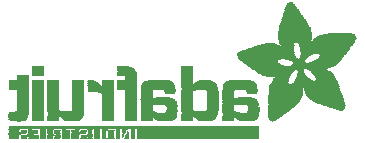
<source format=gbr>
G04 EAGLE Gerber RS-274X export*
G75*
%MOMM*%
%FSLAX34Y34*%
%LPD*%
%INSilkscreen Bottom*%
%IPPOS*%
%AMOC8*
5,1,8,0,0,1.08239X$1,22.5*%
G01*
%ADD10R,10.363200X0.025400*%
%ADD11R,0.406400X0.025400*%
%ADD12R,0.381000X0.025400*%
%ADD13R,0.457200X0.025400*%
%ADD14R,0.431800X0.025400*%
%ADD15R,0.635000X0.025400*%
%ADD16R,0.482600X0.025400*%
%ADD17R,0.889000X0.025400*%
%ADD18R,0.863600X0.025400*%
%ADD19R,0.508000X0.025400*%
%ADD20R,0.355600X0.025400*%
%ADD21R,0.025400X0.025400*%
%ADD22R,0.330200X0.025400*%
%ADD23R,0.050800X0.025400*%
%ADD24R,0.304800X0.025400*%
%ADD25R,0.076200X0.025400*%
%ADD26R,1.016000X0.025400*%
%ADD27R,1.524000X0.025400*%
%ADD28R,0.101600X0.025400*%
%ADD29R,0.279400X0.025400*%
%ADD30R,1.498600X0.025400*%
%ADD31R,0.254000X0.025400*%
%ADD32R,0.127000X0.025400*%
%ADD33R,0.965200X0.025400*%
%ADD34R,1.447800X0.025400*%
%ADD35R,0.228600X0.025400*%
%ADD36R,0.152400X0.025400*%
%ADD37R,0.812800X0.025400*%
%ADD38R,1.295400X0.025400*%
%ADD39R,0.533400X0.025400*%
%ADD40R,0.660400X0.025400*%
%ADD41R,0.609600X0.025400*%
%ADD42R,0.558800X0.025400*%
%ADD43R,0.203200X0.025400*%
%ADD44R,0.177800X0.025400*%
%ADD45R,0.914400X0.025400*%
%ADD46R,0.685800X0.025400*%
%ADD47R,0.939800X0.025400*%
%ADD48R,0.736600X0.025400*%
%ADD49R,0.990600X0.025400*%
%ADD50R,1.219200X0.025400*%
%ADD51R,1.117600X0.025400*%
%ADD52R,1.397000X0.025400*%
%ADD53R,1.244600X0.025400*%
%ADD54R,1.473200X0.025400*%
%ADD55R,0.584200X0.025400*%
%ADD56R,1.041400X0.025400*%
%ADD57R,21.209000X0.025400*%
%ADD58R,0.787400X0.025400*%
%ADD59R,1.193800X0.025400*%
%ADD60R,1.168400X0.025400*%
%ADD61R,1.092200X0.025400*%
%ADD62R,1.066800X0.025400*%
%ADD63R,1.143000X0.025400*%
%ADD64R,1.270000X0.025400*%
%ADD65R,1.320800X0.025400*%
%ADD66R,1.422400X0.025400*%
%ADD67R,1.549400X0.025400*%
%ADD68R,0.711200X0.025400*%
%ADD69R,1.625600X0.025400*%
%ADD70R,0.762000X0.025400*%
%ADD71R,1.701800X0.025400*%
%ADD72R,1.600200X0.025400*%
%ADD73R,1.727200X0.025400*%
%ADD74R,1.651000X0.025400*%
%ADD75R,0.838200X0.025400*%
%ADD76R,1.803400X0.025400*%
%ADD77R,1.574800X0.025400*%
%ADD78R,1.854200X0.025400*%
%ADD79R,1.778000X0.025400*%
%ADD80R,1.879600X0.025400*%
%ADD81R,1.930400X0.025400*%
%ADD82R,1.981200X0.025400*%
%ADD83R,1.905000X0.025400*%
%ADD84R,2.006600X0.025400*%
%ADD85R,3.048000X0.025400*%
%ADD86R,2.997200X0.025400*%
%ADD87R,2.057400X0.025400*%
%ADD88R,3.022600X0.025400*%
%ADD89R,2.032000X0.025400*%
%ADD90R,3.073400X0.025400*%
%ADD91R,1.676400X0.025400*%
%ADD92R,1.346200X0.025400*%
%ADD93R,3.098800X0.025400*%
%ADD94R,1.828800X0.025400*%
%ADD95R,2.082800X0.025400*%
%ADD96R,2.108200X0.025400*%
%ADD97R,2.159000X0.025400*%
%ADD98R,2.184400X0.025400*%
%ADD99R,2.235200X0.025400*%
%ADD100R,2.260600X0.025400*%
%ADD101R,2.311400X0.025400*%
%ADD102R,2.362200X0.025400*%
%ADD103R,2.387600X0.025400*%
%ADD104R,2.413000X0.025400*%
%ADD105R,2.438400X0.025400*%
%ADD106R,2.133600X0.025400*%
%ADD107R,2.463800X0.025400*%
%ADD108R,2.286000X0.025400*%
%ADD109R,2.514600X0.025400*%
%ADD110R,2.540000X0.025400*%
%ADD111R,2.565400X0.025400*%
%ADD112R,2.489200X0.025400*%
%ADD113R,2.590800X0.025400*%
%ADD114R,2.971800X0.025400*%
%ADD115R,2.616200X0.025400*%
%ADD116R,2.946400X0.025400*%
%ADD117R,2.641600X0.025400*%
%ADD118R,2.667000X0.025400*%
%ADD119R,2.921000X0.025400*%
%ADD120R,2.895600X0.025400*%
%ADD121R,2.717800X0.025400*%
%ADD122R,2.692400X0.025400*%
%ADD123R,2.870200X0.025400*%
%ADD124R,2.768600X0.025400*%
%ADD125R,2.743200X0.025400*%
%ADD126R,2.844800X0.025400*%
%ADD127R,2.794000X0.025400*%
%ADD128R,2.819400X0.025400*%
%ADD129R,1.371600X0.025400*%
%ADD130R,5.892800X0.025400*%
%ADD131R,5.867400X0.025400*%
%ADD132R,5.842000X0.025400*%
%ADD133R,5.816600X0.025400*%
%ADD134R,5.791200X0.025400*%
%ADD135R,4.114800X0.025400*%
%ADD136R,3.987800X0.025400*%
%ADD137R,1.955800X0.025400*%
%ADD138R,3.962400X0.025400*%
%ADD139R,3.911600X0.025400*%
%ADD140R,3.886200X0.025400*%
%ADD141R,3.835400X0.025400*%
%ADD142R,1.752600X0.025400*%
%ADD143R,3.810000X0.025400*%
%ADD144R,3.784600X0.025400*%
%ADD145R,3.733800X0.025400*%
%ADD146R,3.708400X0.025400*%
%ADD147R,3.683000X0.025400*%
%ADD148R,2.336800X0.025400*%
%ADD149R,3.657600X0.025400*%
%ADD150R,3.632200X0.025400*%
%ADD151R,3.149600X0.025400*%
%ADD152R,3.251200X0.025400*%
%ADD153R,3.276600X0.025400*%
%ADD154R,3.352800X0.025400*%
%ADD155R,3.454400X0.025400*%
%ADD156R,3.530600X0.025400*%
%ADD157R,4.241800X0.025400*%
%ADD158R,4.267200X0.025400*%
%ADD159R,4.318000X0.025400*%
%ADD160R,4.419600X0.025400*%
%ADD161R,6.400800X0.025400*%
%ADD162R,6.502400X0.025400*%
%ADD163R,6.680200X0.025400*%
%ADD164R,6.832600X0.025400*%
%ADD165R,6.858000X0.025400*%
%ADD166R,7.010400X0.025400*%
%ADD167R,7.112000X0.025400*%
%ADD168R,7.162800X0.025400*%
%ADD169R,3.860800X0.025400*%
%ADD170R,3.302000X0.025400*%
%ADD171R,2.209800X0.025400*%
%ADD172R,3.124200X0.025400*%
%ADD173R,3.200400X0.025400*%
%ADD174R,5.029200X0.025400*%
%ADD175R,5.003800X0.025400*%
%ADD176R,4.978400X0.025400*%
%ADD177R,4.953000X0.025400*%
%ADD178R,4.927600X0.025400*%
%ADD179R,4.902200X0.025400*%
%ADD180R,4.876800X0.025400*%
%ADD181R,4.851400X0.025400*%
%ADD182R,4.826000X0.025400*%
%ADD183R,4.800600X0.025400*%
%ADD184R,4.775200X0.025400*%
%ADD185R,4.749800X0.025400*%
%ADD186R,4.724400X0.025400*%
%ADD187R,4.699000X0.025400*%
%ADD188R,3.937000X0.025400*%
%ADD189R,4.648200X0.025400*%
%ADD190R,4.597400X0.025400*%
%ADD191R,4.546600X0.025400*%
%ADD192R,4.470400X0.025400*%
%ADD193R,4.013200X0.025400*%
%ADD194R,4.394200X0.025400*%
%ADD195R,4.038600X0.025400*%
%ADD196R,4.064000X0.025400*%
%ADD197R,4.089400X0.025400*%
%ADD198R,4.140200X0.025400*%
%ADD199R,4.165600X0.025400*%
%ADD200R,4.191000X0.025400*%
%ADD201R,3.759200X0.025400*%
%ADD202R,4.216400X0.025400*%
%ADD203R,3.606800X0.025400*%
%ADD204R,4.292600X0.025400*%
%ADD205R,4.368800X0.025400*%
%ADD206R,4.445000X0.025400*%
%ADD207R,4.495800X0.025400*%
%ADD208R,4.572000X0.025400*%
%ADD209R,4.622800X0.025400*%
%ADD210R,4.673600X0.025400*%
%ADD211R,3.581400X0.025400*%
%ADD212R,3.556000X0.025400*%
%ADD213R,3.479800X0.025400*%
%ADD214R,3.403600X0.025400*%
%ADD215R,3.378200X0.025400*%
%ADD216R,3.225800X0.025400*%


D10*
X270129Y63500D03*
D11*
X214757Y63500D03*
X209423Y63500D03*
D12*
X202692Y63500D03*
D11*
X197231Y63500D03*
D13*
X191135Y63500D03*
D12*
X184912Y63500D03*
D14*
X179070Y63500D03*
D13*
X173101Y63500D03*
D15*
X166116Y63500D03*
X158242Y63500D03*
D16*
X151130Y63500D03*
D14*
X145034Y63500D03*
X139192Y63500D03*
D17*
X130810Y63500D03*
D13*
X122555Y63500D03*
D17*
X114300Y63500D03*
D10*
X270129Y63754D03*
D11*
X214757Y63754D03*
D12*
X209550Y63754D03*
X202692Y63754D03*
D13*
X196977Y63754D03*
D14*
X191008Y63754D03*
D13*
X185039Y63754D03*
D14*
X179070Y63754D03*
D13*
X173101Y63754D03*
D15*
X166116Y63754D03*
X158242Y63754D03*
D16*
X151130Y63754D03*
D14*
X145034Y63754D03*
X139192Y63754D03*
D17*
X130810Y63754D03*
D16*
X122682Y63754D03*
D17*
X114300Y63754D03*
D10*
X270129Y64008D03*
D11*
X214757Y64008D03*
D12*
X209550Y64008D03*
X202692Y64008D03*
D16*
X196850Y64008D03*
D11*
X190881Y64008D03*
D16*
X184912Y64008D03*
D14*
X179070Y64008D03*
D16*
X173228Y64008D03*
D15*
X166116Y64008D03*
X158242Y64008D03*
D16*
X151130Y64008D03*
D14*
X145034Y64008D03*
X139192Y64008D03*
D18*
X130937Y64008D03*
D19*
X122555Y64008D03*
D17*
X114300Y64008D03*
D10*
X270129Y64262D03*
D11*
X214757Y64262D03*
D20*
X209677Y64262D03*
D12*
X202692Y64262D03*
D16*
X196850Y64262D03*
D11*
X190881Y64262D03*
D16*
X184912Y64262D03*
D12*
X179070Y64262D03*
D16*
X173228Y64262D03*
D15*
X166116Y64262D03*
X158242Y64262D03*
D16*
X151130Y64262D03*
D14*
X145034Y64262D03*
X139192Y64262D03*
D18*
X130937Y64262D03*
D19*
X122555Y64262D03*
D17*
X114300Y64262D03*
D10*
X270129Y64516D03*
D11*
X214757Y64516D03*
D20*
X209677Y64516D03*
D21*
X206248Y64516D03*
D12*
X202692Y64516D03*
D16*
X196850Y64516D03*
D11*
X190881Y64516D03*
D16*
X184912Y64516D03*
D12*
X179070Y64516D03*
D16*
X173228Y64516D03*
D15*
X166116Y64516D03*
X158242Y64516D03*
D16*
X151130Y64516D03*
D14*
X145034Y64516D03*
X139192Y64516D03*
D18*
X130937Y64516D03*
D19*
X122555Y64516D03*
D17*
X114300Y64516D03*
D10*
X270129Y64770D03*
D11*
X214757Y64770D03*
D22*
X209804Y64770D03*
D23*
X206375Y64770D03*
D12*
X202692Y64770D03*
D16*
X196850Y64770D03*
D11*
X190881Y64770D03*
D16*
X184912Y64770D03*
D12*
X179070Y64770D03*
D16*
X173228Y64770D03*
D15*
X166116Y64770D03*
X158242Y64770D03*
D13*
X151257Y64770D03*
D14*
X145034Y64770D03*
X139192Y64770D03*
D18*
X130937Y64770D03*
D19*
X122555Y64770D03*
D18*
X114173Y64770D03*
D10*
X270129Y65024D03*
D11*
X214757Y65024D03*
D22*
X209804Y65024D03*
D23*
X206375Y65024D03*
D12*
X202692Y65024D03*
D16*
X196850Y65024D03*
D11*
X190881Y65024D03*
D16*
X184912Y65024D03*
D12*
X179070Y65024D03*
D16*
X173228Y65024D03*
D15*
X166116Y65024D03*
X158242Y65024D03*
D13*
X151257Y65024D03*
D14*
X145034Y65024D03*
X139192Y65024D03*
D18*
X130937Y65024D03*
D19*
X122555Y65024D03*
D18*
X114173Y65024D03*
D10*
X270129Y65278D03*
D11*
X214757Y65278D03*
D24*
X209931Y65278D03*
D25*
X206502Y65278D03*
D12*
X202692Y65278D03*
D16*
X196850Y65278D03*
D11*
X190881Y65278D03*
D16*
X184912Y65278D03*
D26*
X175895Y65278D03*
D15*
X166116Y65278D03*
X158242Y65278D03*
D13*
X151257Y65278D03*
X145161Y65278D03*
D14*
X139192Y65278D03*
D27*
X127635Y65278D03*
D18*
X114173Y65278D03*
D10*
X270129Y65532D03*
D11*
X214757Y65532D03*
D24*
X209931Y65532D03*
D28*
X206629Y65532D03*
D12*
X202692Y65532D03*
D16*
X196850Y65532D03*
D12*
X190754Y65532D03*
D16*
X184912Y65532D03*
D26*
X175895Y65532D03*
D15*
X166116Y65532D03*
X158242Y65532D03*
D13*
X151257Y65532D03*
X145161Y65532D03*
D14*
X139192Y65532D03*
D27*
X127635Y65532D03*
D17*
X114300Y65532D03*
D10*
X270129Y65786D03*
D11*
X214757Y65786D03*
D29*
X210058Y65786D03*
D28*
X206629Y65786D03*
D12*
X202692Y65786D03*
D19*
X196723Y65786D03*
D12*
X190754Y65786D03*
D16*
X184912Y65786D03*
D26*
X175895Y65786D03*
D15*
X166116Y65786D03*
X158242Y65786D03*
D13*
X151257Y65786D03*
X145161Y65786D03*
D14*
X139192Y65786D03*
D30*
X127762Y65786D03*
D17*
X114300Y65786D03*
D10*
X270129Y66040D03*
D11*
X214757Y66040D03*
D29*
X210058Y66040D03*
D28*
X206629Y66040D03*
D12*
X202692Y66040D03*
D19*
X196723Y66040D03*
D12*
X190754Y66040D03*
D16*
X184912Y66040D03*
D26*
X175895Y66040D03*
D15*
X166116Y66040D03*
X158242Y66040D03*
D14*
X151384Y66040D03*
D16*
X145288Y66040D03*
D14*
X139192Y66040D03*
D30*
X127762Y66040D03*
D17*
X114300Y66040D03*
D10*
X270129Y66294D03*
D11*
X214757Y66294D03*
D31*
X210185Y66294D03*
D32*
X206756Y66294D03*
D12*
X202692Y66294D03*
D19*
X196723Y66294D03*
D12*
X190754Y66294D03*
D16*
X184912Y66294D03*
D33*
X176149Y66294D03*
D15*
X166116Y66294D03*
X158242Y66294D03*
D16*
X145288Y66294D03*
D14*
X139192Y66294D03*
D34*
X128016Y66294D03*
D17*
X114300Y66294D03*
D10*
X270129Y66548D03*
D11*
X214757Y66548D03*
D35*
X210312Y66548D03*
D36*
X206883Y66548D03*
D12*
X202692Y66548D03*
D19*
X196723Y66548D03*
D12*
X190754Y66548D03*
D16*
X184912Y66548D03*
D37*
X176911Y66548D03*
D15*
X166116Y66548D03*
X158242Y66548D03*
D19*
X145415Y66548D03*
D14*
X139192Y66548D03*
D38*
X128778Y66548D03*
D17*
X114300Y66548D03*
D10*
X270129Y66802D03*
D11*
X214757Y66802D03*
D35*
X210312Y66802D03*
D36*
X206883Y66802D03*
D12*
X202692Y66802D03*
D19*
X196723Y66802D03*
D12*
X190754Y66802D03*
D16*
X184912Y66802D03*
D39*
X178308Y66802D03*
D40*
X166243Y66802D03*
D15*
X158242Y66802D03*
D41*
X145923Y66802D03*
D14*
X139192Y66802D03*
D42*
X127889Y66802D03*
D17*
X114300Y66802D03*
D10*
X270129Y67056D03*
D11*
X214757Y67056D03*
D43*
X210439Y67056D03*
D44*
X207010Y67056D03*
D12*
X202692Y67056D03*
D19*
X196723Y67056D03*
D12*
X190754Y67056D03*
D16*
X184912Y67056D03*
D13*
X178689Y67056D03*
D40*
X166243Y67056D03*
D15*
X158242Y67056D03*
D42*
X145669Y67056D03*
D14*
X139192Y67056D03*
D16*
X128270Y67056D03*
D45*
X114427Y67056D03*
D10*
X270129Y67310D03*
D11*
X214757Y67310D03*
D43*
X210439Y67310D03*
D44*
X207010Y67310D03*
D12*
X202692Y67310D03*
D19*
X196723Y67310D03*
D12*
X190754Y67310D03*
D16*
X184912Y67310D03*
D13*
X178689Y67310D03*
D46*
X166370Y67310D03*
D15*
X158242Y67310D03*
D19*
X145415Y67310D03*
D14*
X139192Y67310D03*
D16*
X128270Y67310D03*
D47*
X114554Y67310D03*
D10*
X270129Y67564D03*
D11*
X214757Y67564D03*
D44*
X210566Y67564D03*
X207010Y67564D03*
D12*
X202692Y67564D03*
D19*
X196723Y67564D03*
D12*
X190754Y67564D03*
D16*
X184912Y67564D03*
D14*
X178816Y67564D03*
D48*
X166624Y67564D03*
D15*
X158242Y67564D03*
D11*
X151511Y67564D03*
D16*
X145288Y67564D03*
D14*
X139192Y67564D03*
D13*
X128397Y67564D03*
D49*
X114808Y67564D03*
D10*
X270129Y67818D03*
D11*
X214757Y67818D03*
D44*
X210566Y67818D03*
D43*
X207137Y67818D03*
D12*
X202692Y67818D03*
D19*
X196723Y67818D03*
D12*
X190754Y67818D03*
D16*
X184912Y67818D03*
D11*
X178943Y67818D03*
D33*
X167767Y67818D03*
D15*
X158242Y67818D03*
D13*
X151257Y67818D03*
X145161Y67818D03*
D14*
X139192Y67818D03*
D13*
X128397Y67818D03*
D50*
X115951Y67818D03*
D10*
X270129Y68072D03*
D11*
X214757Y68072D03*
D36*
X210693Y68072D03*
D35*
X207264Y68072D03*
D12*
X202692Y68072D03*
D19*
X196723Y68072D03*
D12*
X190754Y68072D03*
D16*
X184912Y68072D03*
D11*
X178943Y68072D03*
D51*
X168529Y68072D03*
D15*
X158242Y68072D03*
D13*
X151257Y68072D03*
X145161Y68072D03*
D14*
X139192Y68072D03*
D45*
X130683Y68072D03*
D52*
X116840Y68072D03*
D10*
X270129Y68326D03*
D11*
X214757Y68326D03*
D36*
X210693Y68326D03*
D35*
X207264Y68326D03*
D12*
X202692Y68326D03*
D19*
X196723Y68326D03*
D12*
X190754Y68326D03*
D16*
X184912Y68326D03*
D11*
X178943Y68326D03*
D53*
X169164Y68326D03*
D15*
X158242Y68326D03*
D16*
X151130Y68326D03*
D14*
X145034Y68326D03*
X139192Y68326D03*
D17*
X130810Y68326D03*
D54*
X117221Y68326D03*
D10*
X270129Y68580D03*
D11*
X214757Y68580D03*
D32*
X210820Y68580D03*
D31*
X207391Y68580D03*
D12*
X202692Y68580D03*
D16*
X196850Y68580D03*
D12*
X190754Y68580D03*
D16*
X184912Y68580D03*
D11*
X178943Y68580D03*
D53*
X169164Y68580D03*
D15*
X158242Y68580D03*
D16*
X151130Y68580D03*
D14*
X145034Y68580D03*
X139192Y68580D03*
D17*
X130810Y68580D03*
D30*
X117348Y68580D03*
D10*
X270129Y68834D03*
D11*
X214757Y68834D03*
D32*
X210820Y68834D03*
D31*
X207391Y68834D03*
D12*
X202692Y68834D03*
D16*
X196850Y68834D03*
D12*
X190754Y68834D03*
D16*
X184912Y68834D03*
D11*
X178943Y68834D03*
D53*
X169164Y68834D03*
D15*
X158242Y68834D03*
D16*
X151130Y68834D03*
D14*
X145034Y68834D03*
X139192Y68834D03*
D17*
X130810Y68834D03*
D30*
X117348Y68834D03*
D10*
X270129Y69088D03*
D11*
X214757Y69088D03*
D28*
X210947Y69088D03*
D29*
X207518Y69088D03*
D12*
X202692Y69088D03*
D16*
X196850Y69088D03*
D11*
X190881Y69088D03*
D16*
X184912Y69088D03*
D11*
X178943Y69088D03*
D53*
X169164Y69088D03*
D15*
X158242Y69088D03*
D16*
X151130Y69088D03*
D14*
X145034Y69088D03*
X139192Y69088D03*
D17*
X130810Y69088D03*
D30*
X117348Y69088D03*
D10*
X270129Y69342D03*
D11*
X214757Y69342D03*
D28*
X210947Y69342D03*
D29*
X207518Y69342D03*
D12*
X202692Y69342D03*
D16*
X196850Y69342D03*
D11*
X190881Y69342D03*
D16*
X184912Y69342D03*
D11*
X178943Y69342D03*
D53*
X169164Y69342D03*
D15*
X158242Y69342D03*
D16*
X151130Y69342D03*
D14*
X145034Y69342D03*
X139192Y69342D03*
D17*
X130810Y69342D03*
D30*
X117348Y69342D03*
D10*
X270129Y69596D03*
D11*
X214757Y69596D03*
D25*
X211074Y69596D03*
D24*
X207645Y69596D03*
D12*
X202692Y69596D03*
D16*
X196850Y69596D03*
D11*
X190881Y69596D03*
D16*
X184912Y69596D03*
D11*
X178943Y69596D03*
D13*
X173101Y69596D03*
D40*
X166243Y69596D03*
D15*
X158242Y69596D03*
D16*
X151130Y69596D03*
D14*
X145034Y69596D03*
X139192Y69596D03*
D17*
X130810Y69596D03*
D13*
X122555Y69596D03*
D17*
X114300Y69596D03*
D10*
X270129Y69850D03*
D11*
X214757Y69850D03*
D25*
X211074Y69850D03*
D24*
X207645Y69850D03*
D12*
X202692Y69850D03*
D16*
X196850Y69850D03*
D11*
X190881Y69850D03*
D16*
X184912Y69850D03*
D11*
X178943Y69850D03*
D14*
X173228Y69850D03*
D40*
X166243Y69850D03*
D15*
X158242Y69850D03*
D16*
X151130Y69850D03*
D14*
X145034Y69850D03*
X139192Y69850D03*
D17*
X130810Y69850D03*
D13*
X122555Y69850D03*
D17*
X114300Y69850D03*
D10*
X270129Y70104D03*
D11*
X214757Y70104D03*
D25*
X211074Y70104D03*
D22*
X207772Y70104D03*
D12*
X202692Y70104D03*
D16*
X196850Y70104D03*
D11*
X190881Y70104D03*
D16*
X184912Y70104D03*
D11*
X178943Y70104D03*
D14*
X173228Y70104D03*
D40*
X166243Y70104D03*
D15*
X158242Y70104D03*
D16*
X151130Y70104D03*
D14*
X145034Y70104D03*
X139192Y70104D03*
D17*
X130810Y70104D03*
D13*
X122555Y70104D03*
D17*
X114300Y70104D03*
D10*
X270129Y70358D03*
D11*
X214757Y70358D03*
D20*
X207899Y70358D03*
D12*
X202692Y70358D03*
D16*
X196850Y70358D03*
D11*
X190881Y70358D03*
D16*
X184912Y70358D03*
D11*
X178943Y70358D03*
D14*
X173228Y70358D03*
D40*
X166243Y70358D03*
D15*
X158242Y70358D03*
D16*
X151130Y70358D03*
D14*
X145034Y70358D03*
X139192Y70358D03*
D17*
X130810Y70358D03*
D13*
X122555Y70358D03*
D17*
X114300Y70358D03*
D10*
X270129Y70612D03*
D11*
X214757Y70612D03*
D20*
X207899Y70612D03*
D12*
X202692Y70612D03*
D13*
X196977Y70612D03*
D14*
X191008Y70612D03*
D16*
X184912Y70612D03*
D11*
X178943Y70612D03*
D14*
X173228Y70612D03*
D40*
X166243Y70612D03*
D15*
X158242Y70612D03*
D13*
X151257Y70612D03*
D14*
X145034Y70612D03*
X139192Y70612D03*
D17*
X130810Y70612D03*
D13*
X122555Y70612D03*
D17*
X114300Y70612D03*
D10*
X270129Y70866D03*
D11*
X214757Y70866D03*
D20*
X207899Y70866D03*
D12*
X202692Y70866D03*
D14*
X197104Y70866D03*
X191008Y70866D03*
D16*
X184912Y70866D03*
D11*
X178943Y70866D03*
D14*
X173228Y70866D03*
D40*
X166243Y70866D03*
D15*
X158242Y70866D03*
D13*
X151257Y70866D03*
D14*
X145034Y70866D03*
X139192Y70866D03*
D45*
X130683Y70866D03*
D13*
X122555Y70866D03*
D17*
X114300Y70866D03*
D10*
X270129Y71120D03*
D11*
X214757Y71120D03*
D12*
X208026Y71120D03*
X202692Y71120D03*
D13*
X191135Y71120D03*
D16*
X184912Y71120D03*
D11*
X178943Y71120D03*
D24*
X168021Y71120D03*
X156591Y71120D03*
D13*
X145161Y71120D03*
D14*
X139192Y71120D03*
D12*
X128016Y71120D03*
D45*
X114427Y71120D03*
D10*
X270129Y71374D03*
D11*
X214757Y71374D03*
X208153Y71374D03*
D12*
X202692Y71374D03*
D13*
X191135Y71374D03*
D16*
X184912Y71374D03*
D14*
X178816Y71374D03*
D24*
X168021Y71374D03*
X156591Y71374D03*
D16*
X145288Y71374D03*
D14*
X139192Y71374D03*
D12*
X128016Y71374D03*
D45*
X114427Y71374D03*
D10*
X270129Y71628D03*
D11*
X214757Y71628D03*
X208153Y71628D03*
D12*
X202692Y71628D03*
D16*
X191262Y71628D03*
X184912Y71628D03*
D14*
X178816Y71628D03*
D22*
X168148Y71628D03*
D24*
X156591Y71628D03*
D16*
X145288Y71628D03*
D14*
X139192Y71628D03*
D12*
X128016Y71628D03*
D47*
X114554Y71628D03*
D10*
X270129Y71882D03*
D11*
X214757Y71882D03*
D14*
X208280Y71882D03*
D12*
X202692Y71882D03*
D39*
X191516Y71882D03*
D16*
X184912Y71882D03*
D13*
X178689Y71882D03*
D20*
X168275Y71882D03*
D24*
X156591Y71882D03*
D19*
X145415Y71882D03*
D14*
X139192Y71882D03*
D11*
X127889Y71882D03*
D47*
X114554Y71882D03*
D10*
X270129Y72136D03*
D11*
X214757Y72136D03*
D14*
X208280Y72136D03*
D12*
X202692Y72136D03*
D55*
X191770Y72136D03*
D16*
X184912Y72136D03*
D19*
X178435Y72136D03*
D12*
X168402Y72136D03*
D24*
X156591Y72136D03*
D39*
X145542Y72136D03*
D14*
X139192Y72136D03*
D13*
X127635Y72136D03*
D49*
X114808Y72136D03*
D10*
X270129Y72390D03*
D11*
X214757Y72390D03*
D13*
X208407Y72390D03*
D12*
X202692Y72390D03*
D40*
X192151Y72390D03*
D16*
X184912Y72390D03*
D42*
X178181Y72390D03*
D14*
X168656Y72390D03*
D24*
X156591Y72390D03*
D55*
X145796Y72390D03*
D14*
X139192Y72390D03*
D19*
X127381Y72390D03*
D56*
X115062Y72390D03*
D57*
X215900Y72644D03*
X215900Y72898D03*
X215900Y73152D03*
X215900Y73406D03*
X215900Y73660D03*
X215900Y73914D03*
D25*
X333756Y78486D03*
D24*
X118745Y78486D03*
X333629Y78740D03*
D17*
X311912Y78740D03*
D33*
X295783Y78740D03*
D48*
X276352Y78740D03*
D47*
X260858Y78740D03*
D17*
X242570Y78740D03*
D33*
X226695Y78740D03*
X213487Y78740D03*
X193675Y78740D03*
D58*
X163576Y78740D03*
D33*
X147701Y78740D03*
X134747Y78740D03*
D37*
X118237Y78740D03*
D11*
X333629Y78994D03*
D59*
X311912Y78994D03*
D33*
X295783Y78994D03*
D56*
X276606Y78994D03*
D47*
X260858Y78994D03*
D60*
X242697Y78994D03*
D33*
X226695Y78994D03*
X213487Y78994D03*
X193675Y78994D03*
D61*
X163576Y78994D03*
D33*
X147701Y78994D03*
X134747Y78994D03*
D62*
X117729Y78994D03*
D13*
X333629Y79248D03*
D53*
X311912Y79248D03*
D33*
X295783Y79248D03*
D63*
X276606Y79248D03*
D47*
X260858Y79248D03*
D53*
X242570Y79248D03*
D33*
X226695Y79248D03*
X213487Y79248D03*
X193675Y79248D03*
D60*
X163703Y79248D03*
D33*
X147701Y79248D03*
X134747Y79248D03*
D60*
X117729Y79248D03*
D39*
X333756Y79502D03*
D52*
X311912Y79502D03*
D33*
X295783Y79502D03*
D64*
X276733Y79502D03*
D47*
X260858Y79502D03*
D52*
X242570Y79502D03*
D33*
X226695Y79502D03*
X213487Y79502D03*
X193675Y79502D03*
D65*
X163703Y79502D03*
D33*
X147701Y79502D03*
X134747Y79502D03*
D65*
X117475Y79502D03*
D41*
X333629Y79756D03*
D30*
X311912Y79756D03*
D33*
X295783Y79756D03*
D52*
X276860Y79756D03*
D47*
X260858Y79756D03*
D30*
X242570Y79756D03*
D33*
X226695Y79756D03*
X213487Y79756D03*
X193675Y79756D03*
D66*
X163703Y79756D03*
D33*
X147701Y79756D03*
X134747Y79756D03*
D54*
X117221Y79756D03*
D40*
X333883Y80010D03*
D27*
X311785Y80010D03*
D33*
X295783Y80010D03*
D66*
X276733Y80010D03*
D47*
X260858Y80010D03*
D67*
X242570Y80010D03*
D33*
X226695Y80010D03*
X213487Y80010D03*
X193675Y80010D03*
D54*
X163703Y80010D03*
D33*
X147701Y80010D03*
X134747Y80010D03*
D54*
X117221Y80010D03*
D68*
X333883Y80264D03*
D69*
X311785Y80264D03*
D33*
X295783Y80264D03*
D27*
X276733Y80264D03*
D47*
X260858Y80264D03*
D69*
X242443Y80264D03*
D33*
X226695Y80264D03*
X213487Y80264D03*
X193675Y80264D03*
D67*
X163576Y80264D03*
D33*
X147701Y80264D03*
X134747Y80264D03*
D27*
X117475Y80264D03*
D70*
X334137Y80518D03*
D71*
X311658Y80518D03*
D33*
X295783Y80518D03*
D72*
X276606Y80518D03*
D47*
X260858Y80518D03*
D71*
X242316Y80518D03*
D33*
X226695Y80518D03*
X213487Y80518D03*
X193675Y80518D03*
D72*
X163576Y80518D03*
D33*
X147701Y80518D03*
X134747Y80518D03*
D67*
X117602Y80518D03*
D37*
X334137Y80772D03*
D73*
X311531Y80772D03*
D33*
X295783Y80772D03*
D74*
X276606Y80772D03*
D47*
X260858Y80772D03*
D73*
X242443Y80772D03*
D33*
X226695Y80772D03*
X213487Y80772D03*
X193675Y80772D03*
D74*
X163576Y80772D03*
D33*
X147701Y80772D03*
X134747Y80772D03*
D67*
X117602Y80772D03*
D75*
X334264Y81026D03*
D76*
X311658Y81026D03*
D33*
X295783Y81026D03*
D71*
X276606Y81026D03*
D47*
X260858Y81026D03*
D76*
X242316Y81026D03*
D33*
X226695Y81026D03*
X213487Y81026D03*
X193675Y81026D03*
D71*
X163576Y81026D03*
D33*
X147701Y81026D03*
X134747Y81026D03*
D77*
X117729Y81026D03*
D45*
X334391Y81280D03*
D78*
X311404Y81280D03*
D33*
X295783Y81280D03*
D79*
X276479Y81280D03*
D47*
X260858Y81280D03*
D78*
X242062Y81280D03*
D33*
X226695Y81280D03*
X213487Y81280D03*
X193675Y81280D03*
D79*
X163449Y81280D03*
D33*
X147701Y81280D03*
X134747Y81280D03*
D72*
X117856Y81280D03*
D45*
X334391Y81534D03*
D80*
X311277Y81534D03*
D33*
X295783Y81534D03*
D79*
X276479Y81534D03*
D47*
X260858Y81534D03*
D80*
X241935Y81534D03*
D33*
X226695Y81534D03*
X213487Y81534D03*
X193675Y81534D03*
D76*
X163322Y81534D03*
D33*
X147701Y81534D03*
X134747Y81534D03*
D72*
X117856Y81534D03*
D33*
X334645Y81788D03*
D81*
X311277Y81788D03*
D33*
X295783Y81788D03*
D78*
X276352Y81788D03*
D47*
X260858Y81788D03*
D81*
X241935Y81788D03*
D33*
X226695Y81788D03*
X213487Y81788D03*
X193675Y81788D03*
D78*
X163322Y81788D03*
D33*
X147701Y81788D03*
X134747Y81788D03*
D69*
X117983Y81788D03*
D26*
X334899Y82042D03*
D82*
X311023Y82042D03*
D33*
X295783Y82042D03*
D83*
X276352Y82042D03*
D47*
X260858Y82042D03*
D84*
X241808Y82042D03*
D33*
X226695Y82042D03*
X213487Y82042D03*
X193675Y82042D03*
D83*
X163068Y82042D03*
D33*
X147701Y82042D03*
X134747Y82042D03*
D69*
X117983Y82042D03*
D56*
X335026Y82296D03*
D84*
X311150Y82296D03*
D33*
X295783Y82296D03*
D82*
X276225Y82296D03*
D47*
X260858Y82296D03*
D84*
X241808Y82296D03*
D33*
X226695Y82296D03*
X213487Y82296D03*
X193675Y82296D03*
D81*
X163195Y82296D03*
D33*
X147701Y82296D03*
X134747Y82296D03*
D69*
X117983Y82296D03*
D61*
X335280Y82550D03*
D85*
X306197Y82550D03*
D84*
X276098Y82550D03*
D47*
X260858Y82550D03*
D86*
X236855Y82550D03*
D33*
X213487Y82550D03*
X193675Y82550D03*
D82*
X162941Y82550D03*
D33*
X147701Y82550D03*
X134747Y82550D03*
D69*
X117983Y82550D03*
D51*
X335407Y82804D03*
D85*
X306197Y82804D03*
D87*
X276098Y82804D03*
D47*
X260858Y82804D03*
D88*
X236982Y82804D03*
D33*
X213487Y82804D03*
X193675Y82804D03*
D89*
X162941Y82804D03*
D33*
X147701Y82804D03*
X134747Y82804D03*
D74*
X118110Y82804D03*
D63*
X335534Y83058D03*
D85*
X306197Y83058D03*
D88*
X271272Y83058D03*
X236982Y83058D03*
D33*
X213487Y83058D03*
X193675Y83058D03*
D88*
X157988Y83058D03*
D33*
X134747Y83058D03*
D74*
X118110Y83058D03*
D59*
X335788Y83312D03*
D85*
X306197Y83312D03*
D88*
X271272Y83312D03*
X236982Y83312D03*
D33*
X213487Y83312D03*
X193675Y83312D03*
D88*
X157988Y83312D03*
D33*
X134747Y83312D03*
D74*
X118110Y83312D03*
D59*
X335788Y83566D03*
D85*
X306197Y83566D03*
D88*
X271272Y83566D03*
X236982Y83566D03*
D33*
X213487Y83566D03*
X193675Y83566D03*
D88*
X157988Y83566D03*
D33*
X134747Y83566D03*
D74*
X118110Y83566D03*
D53*
X336042Y83820D03*
D90*
X306324Y83820D03*
D85*
X271399Y83820D03*
X237109Y83820D03*
D33*
X213487Y83820D03*
X193675Y83820D03*
D85*
X158115Y83820D03*
D33*
X134747Y83820D03*
D74*
X118110Y83820D03*
D38*
X336296Y84074D03*
D90*
X306324Y84074D03*
X271526Y84074D03*
D85*
X237109Y84074D03*
D33*
X213487Y84074D03*
X193675Y84074D03*
D85*
X158115Y84074D03*
D33*
X134747Y84074D03*
D91*
X118237Y84074D03*
D65*
X336423Y84328D03*
D90*
X306324Y84328D03*
X271526Y84328D03*
D85*
X237109Y84328D03*
D33*
X213487Y84328D03*
X193675Y84328D03*
D85*
X158115Y84328D03*
D33*
X134747Y84328D03*
D91*
X118237Y84328D03*
D92*
X336550Y84582D03*
D90*
X306324Y84582D03*
X271526Y84582D03*
D85*
X237109Y84582D03*
D33*
X213487Y84582D03*
X193675Y84582D03*
D85*
X158115Y84582D03*
D33*
X134747Y84582D03*
D91*
X118237Y84582D03*
D52*
X336804Y84836D03*
D90*
X306324Y84836D03*
X271526Y84836D03*
X237236Y84836D03*
D33*
X213487Y84836D03*
X193675Y84836D03*
D85*
X158115Y84836D03*
D33*
X134747Y84836D03*
D91*
X118237Y84836D03*
D66*
X336931Y85090D03*
D90*
X306324Y85090D03*
X271526Y85090D03*
X237236Y85090D03*
D33*
X213487Y85090D03*
X193675Y85090D03*
D85*
X158115Y85090D03*
D33*
X134747Y85090D03*
D91*
X118237Y85090D03*
D34*
X337058Y85344D03*
D90*
X306324Y85344D03*
D93*
X271653Y85344D03*
D90*
X237236Y85344D03*
D33*
X213487Y85344D03*
X193675Y85344D03*
D85*
X158115Y85344D03*
D33*
X134747Y85344D03*
D91*
X118237Y85344D03*
D30*
X337312Y85598D03*
D62*
X316357Y85598D03*
D34*
X298196Y85598D03*
D93*
X271653Y85598D03*
D62*
X247269Y85598D03*
D66*
X228981Y85598D03*
D33*
X213487Y85598D03*
X193675Y85598D03*
D85*
X158115Y85598D03*
D33*
X134747Y85598D03*
D91*
X118237Y85598D03*
D27*
X337439Y85852D03*
D26*
X316611Y85852D03*
D92*
X297688Y85852D03*
D93*
X271653Y85852D03*
D56*
X247396Y85852D03*
D92*
X228600Y85852D03*
D33*
X213487Y85852D03*
X193675Y85852D03*
D85*
X158115Y85852D03*
D33*
X134747Y85852D03*
D91*
X118237Y85852D03*
D67*
X337566Y86106D03*
D49*
X316992Y86106D03*
D53*
X297180Y86106D03*
D93*
X271653Y86106D03*
D49*
X247650Y86106D03*
D50*
X227965Y86106D03*
D33*
X213487Y86106D03*
X193675Y86106D03*
D90*
X158242Y86106D03*
D33*
X134747Y86106D03*
D91*
X118237Y86106D03*
D72*
X337820Y86360D03*
D33*
X317119Y86360D03*
D60*
X296799Y86360D03*
D93*
X271653Y86360D03*
D33*
X247777Y86360D03*
D63*
X227584Y86360D03*
D33*
X213487Y86360D03*
X193675Y86360D03*
D90*
X158242Y86360D03*
D33*
X134747Y86360D03*
D51*
X121031Y86360D03*
D69*
X337947Y86614D03*
D33*
X317119Y86614D03*
D63*
X296672Y86614D03*
X281432Y86614D03*
D65*
X262763Y86614D03*
D33*
X247777Y86614D03*
D51*
X227457Y86614D03*
D33*
X213487Y86614D03*
X193675Y86614D03*
D63*
X167894Y86614D03*
D65*
X149479Y86614D03*
D33*
X134747Y86614D03*
D56*
X121412Y86614D03*
D74*
X338074Y86868D03*
D47*
X317246Y86868D03*
D62*
X296291Y86868D03*
D56*
X281940Y86868D03*
D59*
X262128Y86868D03*
D47*
X247904Y86868D03*
D56*
X227076Y86868D03*
D33*
X213487Y86868D03*
X193675Y86868D03*
D62*
X168275Y86868D03*
D50*
X148971Y86868D03*
D33*
X134747Y86868D03*
D26*
X121539Y86868D03*
D71*
X338328Y87122D03*
D47*
X317246Y87122D03*
D26*
X296037Y87122D03*
X282067Y87122D03*
D61*
X261620Y87122D03*
D47*
X247904Y87122D03*
D49*
X226822Y87122D03*
D33*
X213487Y87122D03*
X193675Y87122D03*
D56*
X168402Y87122D03*
D51*
X148463Y87122D03*
D33*
X134747Y87122D03*
D49*
X121666Y87122D03*
D73*
X338455Y87376D03*
D47*
X317246Y87376D03*
D33*
X295783Y87376D03*
D26*
X282321Y87376D03*
D62*
X261493Y87376D03*
D47*
X247904Y87376D03*
D33*
X226695Y87376D03*
X213487Y87376D03*
X193675Y87376D03*
D26*
X168529Y87376D03*
D62*
X148209Y87376D03*
D33*
X134747Y87376D03*
D49*
X121666Y87376D03*
D44*
X391160Y87630D03*
D79*
X338709Y87630D03*
D47*
X317246Y87630D03*
D33*
X295783Y87630D03*
D26*
X282321Y87630D03*
D49*
X261112Y87630D03*
D45*
X248031Y87630D03*
D33*
X226695Y87630D03*
X213487Y87630D03*
X193675Y87630D03*
D26*
X168529Y87630D03*
D49*
X147828Y87630D03*
D33*
X134747Y87630D03*
D49*
X121666Y87630D03*
D12*
X390906Y87884D03*
D76*
X338836Y87884D03*
D47*
X317246Y87884D03*
D33*
X295783Y87884D03*
D49*
X282448Y87884D03*
D47*
X260858Y87884D03*
D45*
X248031Y87884D03*
D33*
X226695Y87884D03*
X213487Y87884D03*
X193675Y87884D03*
D49*
X168656Y87884D03*
D33*
X147701Y87884D03*
X134747Y87884D03*
X121793Y87884D03*
D13*
X391033Y88138D03*
D94*
X338963Y88138D03*
D47*
X317246Y88138D03*
D33*
X295783Y88138D03*
D49*
X282448Y88138D03*
D47*
X260858Y88138D03*
D45*
X248031Y88138D03*
D33*
X226695Y88138D03*
X213487Y88138D03*
X193675Y88138D03*
D49*
X168656Y88138D03*
D33*
X147701Y88138D03*
X134747Y88138D03*
X121793Y88138D03*
D55*
X390652Y88392D03*
D80*
X339217Y88392D03*
D47*
X317246Y88392D03*
D33*
X295783Y88392D03*
D49*
X282448Y88392D03*
D47*
X260858Y88392D03*
D45*
X248031Y88392D03*
D33*
X226695Y88392D03*
X213487Y88392D03*
X193675Y88392D03*
D49*
X168656Y88392D03*
D33*
X147701Y88392D03*
X134747Y88392D03*
X121793Y88392D03*
D68*
X390271Y88646D03*
D81*
X339471Y88646D03*
D47*
X317246Y88646D03*
D33*
X295783Y88646D03*
X282575Y88646D03*
D47*
X260858Y88646D03*
D45*
X248031Y88646D03*
D33*
X226695Y88646D03*
X213487Y88646D03*
X193675Y88646D03*
D49*
X168656Y88646D03*
D33*
X147701Y88646D03*
X134747Y88646D03*
X121793Y88646D03*
D58*
X390144Y88900D03*
D81*
X339471Y88900D03*
D47*
X317246Y88900D03*
D33*
X295783Y88900D03*
X282575Y88900D03*
D47*
X260858Y88900D03*
D45*
X248031Y88900D03*
D33*
X226695Y88900D03*
X213487Y88900D03*
X193675Y88900D03*
D49*
X168656Y88900D03*
D33*
X147701Y88900D03*
X134747Y88900D03*
X121793Y88900D03*
D45*
X389763Y89154D03*
D82*
X339725Y89154D03*
D47*
X317246Y89154D03*
D33*
X295783Y89154D03*
X282829Y89154D03*
D47*
X260858Y89154D03*
D45*
X248031Y89154D03*
D33*
X226695Y89154D03*
X213487Y89154D03*
X193675Y89154D03*
X168783Y89154D03*
X147701Y89154D03*
X134747Y89154D03*
X121793Y89154D03*
D49*
X389382Y89408D03*
D84*
X339852Y89408D03*
D47*
X317246Y89408D03*
D33*
X295783Y89408D03*
X282829Y89408D03*
D47*
X260858Y89408D03*
D45*
X248031Y89408D03*
D33*
X226695Y89408D03*
X213487Y89408D03*
X193675Y89408D03*
X168783Y89408D03*
X147701Y89408D03*
X134747Y89408D03*
X121793Y89408D03*
D62*
X389255Y89662D03*
D89*
X339979Y89662D03*
D47*
X317246Y89662D03*
D33*
X295783Y89662D03*
X282829Y89662D03*
D47*
X260858Y89662D03*
D45*
X248031Y89662D03*
D33*
X226695Y89662D03*
X213487Y89662D03*
X193675Y89662D03*
X168783Y89662D03*
X147701Y89662D03*
X134747Y89662D03*
X121793Y89662D03*
D60*
X388747Y89916D03*
D95*
X340233Y89916D03*
D47*
X317246Y89916D03*
D33*
X295783Y89916D03*
X282829Y89916D03*
D47*
X260858Y89916D03*
D45*
X248031Y89916D03*
D33*
X226695Y89916D03*
X213487Y89916D03*
X193675Y89916D03*
X168783Y89916D03*
X147701Y89916D03*
X134747Y89916D03*
X121793Y89916D03*
D64*
X388493Y90170D03*
D96*
X340360Y90170D03*
D45*
X317119Y90170D03*
D33*
X295783Y90170D03*
X282829Y90170D03*
D47*
X260858Y90170D03*
D45*
X248031Y90170D03*
D33*
X226695Y90170D03*
X213487Y90170D03*
X193675Y90170D03*
X168783Y90170D03*
X147701Y90170D03*
X134747Y90170D03*
X121793Y90170D03*
D65*
X388239Y90424D03*
D97*
X340614Y90424D03*
D45*
X317119Y90424D03*
D33*
X295783Y90424D03*
X282829Y90424D03*
D47*
X260858Y90424D03*
D45*
X248031Y90424D03*
D33*
X226695Y90424D03*
X213487Y90424D03*
X193675Y90424D03*
X168783Y90424D03*
X147701Y90424D03*
X134747Y90424D03*
X121793Y90424D03*
D66*
X387731Y90678D03*
D98*
X340741Y90678D03*
D45*
X317119Y90678D03*
D33*
X295783Y90678D03*
X282829Y90678D03*
D47*
X260858Y90678D03*
X247904Y90678D03*
D33*
X226695Y90678D03*
X213487Y90678D03*
X193675Y90678D03*
X168783Y90678D03*
X147701Y90678D03*
X134747Y90678D03*
X121793Y90678D03*
D30*
X387350Y90932D03*
D99*
X340995Y90932D03*
D45*
X317119Y90932D03*
D33*
X295783Y90932D03*
X282829Y90932D03*
D47*
X260858Y90932D03*
X247904Y90932D03*
D33*
X226695Y90932D03*
X213487Y90932D03*
X193675Y90932D03*
X168783Y90932D03*
X147701Y90932D03*
X134747Y90932D03*
X121793Y90932D03*
D67*
X387096Y91186D03*
D99*
X340995Y91186D03*
D45*
X317119Y91186D03*
D33*
X295783Y91186D03*
X282829Y91186D03*
D47*
X260858Y91186D03*
X247904Y91186D03*
D33*
X226695Y91186D03*
X213487Y91186D03*
X193675Y91186D03*
X168783Y91186D03*
X147701Y91186D03*
X134747Y91186D03*
X121793Y91186D03*
D74*
X386588Y91440D03*
D100*
X341122Y91440D03*
D47*
X316992Y91440D03*
D33*
X295783Y91440D03*
X282829Y91440D03*
D47*
X260858Y91440D03*
D33*
X247777Y91440D03*
X226695Y91440D03*
X213487Y91440D03*
X193675Y91440D03*
X168783Y91440D03*
X147701Y91440D03*
X134747Y91440D03*
X121793Y91440D03*
D73*
X386207Y91694D03*
D101*
X341376Y91694D03*
D47*
X316992Y91694D03*
D33*
X295783Y91694D03*
X282829Y91694D03*
D47*
X260858Y91694D03*
D33*
X247777Y91694D03*
X226695Y91694D03*
X213487Y91694D03*
X193675Y91694D03*
X168783Y91694D03*
X147701Y91694D03*
X134747Y91694D03*
X121793Y91694D03*
D79*
X385953Y91948D03*
D101*
X341376Y91948D03*
D33*
X316865Y91948D03*
X295783Y91948D03*
X282829Y91948D03*
D47*
X260858Y91948D03*
D33*
X247523Y91948D03*
X226695Y91948D03*
X213487Y91948D03*
X193675Y91948D03*
X168783Y91948D03*
X147701Y91948D03*
X134747Y91948D03*
X121793Y91948D03*
D80*
X385445Y92202D03*
D102*
X341630Y92202D03*
D49*
X316738Y92202D03*
D33*
X295783Y92202D03*
X282829Y92202D03*
D47*
X260858Y92202D03*
D49*
X247396Y92202D03*
D33*
X226695Y92202D03*
X213487Y92202D03*
X193675Y92202D03*
X168783Y92202D03*
X147701Y92202D03*
X134747Y92202D03*
X121793Y92202D03*
D81*
X384937Y92456D03*
D103*
X341757Y92456D03*
D62*
X316357Y92456D03*
D33*
X295783Y92456D03*
X282829Y92456D03*
D47*
X260858Y92456D03*
D56*
X247142Y92456D03*
D33*
X226695Y92456D03*
X213487Y92456D03*
X193675Y92456D03*
X168783Y92456D03*
X147701Y92456D03*
X134747Y92456D03*
X121793Y92456D03*
D82*
X384683Y92710D03*
D104*
X341884Y92710D03*
D51*
X316103Y92710D03*
D33*
X295783Y92710D03*
X282829Y92710D03*
D47*
X260858Y92710D03*
D51*
X246761Y92710D03*
D33*
X226695Y92710D03*
X213487Y92710D03*
X193675Y92710D03*
X168783Y92710D03*
X147701Y92710D03*
X134747Y92710D03*
X121793Y92710D03*
D95*
X384175Y92964D03*
D105*
X342011Y92964D03*
D85*
X306197Y92964D03*
D33*
X282829Y92964D03*
D47*
X260858Y92964D03*
D88*
X236982Y92964D03*
D33*
X213487Y92964D03*
X193675Y92964D03*
X168783Y92964D03*
X147701Y92964D03*
X134747Y92964D03*
X121793Y92964D03*
D106*
X383667Y93218D03*
D107*
X342138Y93218D03*
D85*
X306197Y93218D03*
D33*
X282829Y93218D03*
D47*
X260858Y93218D03*
D88*
X236982Y93218D03*
D33*
X213487Y93218D03*
X193675Y93218D03*
X168783Y93218D03*
X147701Y93218D03*
X134747Y93218D03*
X121793Y93218D03*
D98*
X383413Y93472D03*
D107*
X342138Y93472D03*
D85*
X306197Y93472D03*
D33*
X282829Y93472D03*
D47*
X260858Y93472D03*
D88*
X236982Y93472D03*
D33*
X213487Y93472D03*
X193675Y93472D03*
X168783Y93472D03*
X147701Y93472D03*
X134747Y93472D03*
X121793Y93472D03*
D108*
X382905Y93726D03*
D109*
X342392Y93726D03*
D85*
X306197Y93726D03*
D33*
X282829Y93726D03*
D47*
X260858Y93726D03*
D88*
X236982Y93726D03*
D33*
X213487Y93726D03*
X193675Y93726D03*
X168783Y93726D03*
X147701Y93726D03*
X134747Y93726D03*
X121793Y93726D03*
D102*
X382524Y93980D03*
D110*
X342519Y93980D03*
D88*
X306070Y93980D03*
D33*
X282829Y93980D03*
D47*
X260858Y93980D03*
D86*
X236855Y93980D03*
D33*
X213487Y93980D03*
X193675Y93980D03*
X168783Y93980D03*
X147701Y93980D03*
X134747Y93980D03*
X121793Y93980D03*
D103*
X382143Y94234D03*
D110*
X342519Y94234D03*
D88*
X306070Y94234D03*
D33*
X282829Y94234D03*
D47*
X260858Y94234D03*
D86*
X236855Y94234D03*
D33*
X213487Y94234D03*
X193675Y94234D03*
X168783Y94234D03*
X147701Y94234D03*
X134747Y94234D03*
X121793Y94234D03*
D105*
X381889Y94488D03*
D111*
X342646Y94488D03*
D86*
X305943Y94488D03*
D33*
X282829Y94488D03*
D47*
X260858Y94488D03*
D86*
X236855Y94488D03*
D33*
X213487Y94488D03*
X193675Y94488D03*
X168783Y94488D03*
X147701Y94488D03*
X134747Y94488D03*
X121793Y94488D03*
D112*
X381635Y94742D03*
D113*
X342773Y94742D03*
D86*
X305943Y94742D03*
D33*
X282829Y94742D03*
D47*
X260858Y94742D03*
D114*
X236728Y94742D03*
D33*
X213487Y94742D03*
X193675Y94742D03*
X168783Y94742D03*
X147701Y94742D03*
X134747Y94742D03*
X121793Y94742D03*
D110*
X381381Y94996D03*
D115*
X342900Y94996D03*
D86*
X305943Y94996D03*
D33*
X282829Y94996D03*
D47*
X260858Y94996D03*
D114*
X236728Y94996D03*
D33*
X213487Y94996D03*
X193675Y94996D03*
X168783Y94996D03*
X147701Y94996D03*
X134747Y94996D03*
X121793Y94996D03*
D111*
X381000Y95250D03*
D115*
X342900Y95250D03*
D114*
X305816Y95250D03*
D33*
X282829Y95250D03*
D47*
X260858Y95250D03*
D116*
X236601Y95250D03*
D33*
X213487Y95250D03*
X193675Y95250D03*
X168783Y95250D03*
X147701Y95250D03*
X134747Y95250D03*
X121793Y95250D03*
D115*
X380492Y95504D03*
D117*
X343027Y95504D03*
D114*
X305816Y95504D03*
D33*
X282829Y95504D03*
D47*
X260858Y95504D03*
D116*
X236601Y95504D03*
D33*
X213487Y95504D03*
X193675Y95504D03*
X168783Y95504D03*
X147701Y95504D03*
X134747Y95504D03*
X121793Y95504D03*
D115*
X380492Y95758D03*
D118*
X343154Y95758D03*
D116*
X305689Y95758D03*
D33*
X282829Y95758D03*
D47*
X260858Y95758D03*
D119*
X236474Y95758D03*
D33*
X213487Y95758D03*
X193675Y95758D03*
X168783Y95758D03*
X147701Y95758D03*
X134747Y95758D03*
X121793Y95758D03*
D118*
X380238Y96012D03*
X343154Y96012D03*
D119*
X305562Y96012D03*
D33*
X282829Y96012D03*
D47*
X260858Y96012D03*
D120*
X236347Y96012D03*
D33*
X213487Y96012D03*
X193675Y96012D03*
X168783Y96012D03*
X147701Y96012D03*
X134747Y96012D03*
X121793Y96012D03*
D121*
X379984Y96266D03*
D122*
X343281Y96266D03*
D120*
X305435Y96266D03*
D33*
X282829Y96266D03*
D47*
X260858Y96266D03*
D123*
X236220Y96266D03*
D33*
X213487Y96266D03*
X193675Y96266D03*
X168783Y96266D03*
X147701Y96266D03*
X134747Y96266D03*
X121793Y96266D03*
D121*
X379730Y96520D03*
D122*
X343281Y96520D03*
D120*
X305435Y96520D03*
D33*
X282829Y96520D03*
D47*
X260858Y96520D03*
D123*
X236220Y96520D03*
D33*
X213487Y96520D03*
X193675Y96520D03*
X168783Y96520D03*
X147701Y96520D03*
X134747Y96520D03*
X121793Y96520D03*
D124*
X379476Y96774D03*
D125*
X343535Y96774D03*
D126*
X305181Y96774D03*
D33*
X282829Y96774D03*
D47*
X260858Y96774D03*
D126*
X236093Y96774D03*
D33*
X213487Y96774D03*
X193675Y96774D03*
X168783Y96774D03*
X147701Y96774D03*
X134747Y96774D03*
X121793Y96774D03*
D127*
X379349Y97028D03*
D125*
X343535Y97028D03*
D128*
X305054Y97028D03*
D33*
X282829Y97028D03*
D47*
X260858Y97028D03*
D127*
X235839Y97028D03*
D33*
X213487Y97028D03*
X193675Y97028D03*
X168783Y97028D03*
X147701Y97028D03*
X134747Y97028D03*
X121793Y97028D03*
D128*
X379222Y97282D03*
D125*
X343535Y97282D03*
D127*
X304927Y97282D03*
D33*
X282829Y97282D03*
D47*
X260858Y97282D03*
D124*
X235712Y97282D03*
D33*
X213487Y97282D03*
X193675Y97282D03*
X168783Y97282D03*
X147701Y97282D03*
X134747Y97282D03*
X121793Y97282D03*
D128*
X378968Y97536D03*
D124*
X343662Y97536D03*
D125*
X304673Y97536D03*
D33*
X282829Y97536D03*
D47*
X260858Y97536D03*
D121*
X235458Y97536D03*
D33*
X213487Y97536D03*
X193675Y97536D03*
X168783Y97536D03*
X147701Y97536D03*
X134747Y97536D03*
X121793Y97536D03*
D126*
X378841Y97790D03*
D124*
X343662Y97790D03*
D122*
X304419Y97790D03*
D33*
X282829Y97790D03*
D47*
X260858Y97790D03*
D122*
X235331Y97790D03*
D33*
X213487Y97790D03*
X193675Y97790D03*
X168783Y97790D03*
X147701Y97790D03*
X134747Y97790D03*
X121793Y97790D03*
D123*
X378460Y98044D03*
D127*
X343789Y98044D03*
D27*
X309499Y98044D03*
D33*
X295783Y98044D03*
X282829Y98044D03*
D47*
X260858Y98044D03*
D67*
X240284Y98044D03*
D33*
X226695Y98044D03*
X213487Y98044D03*
X193675Y98044D03*
X168783Y98044D03*
X147701Y98044D03*
X134747Y98044D03*
X121793Y98044D03*
D120*
X378333Y98298D03*
D128*
X343916Y98298D03*
D50*
X310007Y98298D03*
D33*
X295783Y98298D03*
X282829Y98298D03*
D47*
X260858Y98298D03*
D50*
X240665Y98298D03*
D33*
X226695Y98298D03*
X213487Y98298D03*
X193675Y98298D03*
X168783Y98298D03*
X147701Y98298D03*
X134747Y98298D03*
X121793Y98298D03*
D119*
X378206Y98552D03*
D128*
X343916Y98552D03*
D49*
X310134Y98552D03*
D33*
X295783Y98552D03*
X282829Y98552D03*
D47*
X260858Y98552D03*
D33*
X240919Y98552D03*
X226695Y98552D03*
X213487Y98552D03*
X193675Y98552D03*
X168783Y98552D03*
X147701Y98552D03*
X134747Y98552D03*
X121793Y98552D03*
D119*
X377952Y98806D03*
D128*
X343916Y98806D03*
D33*
X295783Y98806D03*
X282829Y98806D03*
D47*
X260858Y98806D03*
D33*
X226695Y98806D03*
X213487Y98806D03*
X193675Y98806D03*
X168783Y98806D03*
X147701Y98806D03*
X134747Y98806D03*
X121793Y98806D03*
D116*
X377825Y99060D03*
D126*
X344043Y99060D03*
D33*
X295783Y99060D03*
X282829Y99060D03*
D47*
X260858Y99060D03*
D33*
X226695Y99060D03*
X213487Y99060D03*
X193675Y99060D03*
X168783Y99060D03*
X147701Y99060D03*
X134747Y99060D03*
X121793Y99060D03*
D114*
X377698Y99314D03*
D126*
X344043Y99314D03*
D33*
X295783Y99314D03*
X282829Y99314D03*
D47*
X260858Y99314D03*
D33*
X226695Y99314D03*
X213487Y99314D03*
X193675Y99314D03*
X168783Y99314D03*
X147701Y99314D03*
X134747Y99314D03*
X121793Y99314D03*
D114*
X377698Y99568D03*
D126*
X344043Y99568D03*
D33*
X295783Y99568D03*
X282829Y99568D03*
D47*
X260858Y99568D03*
D33*
X226695Y99568D03*
X213487Y99568D03*
X193675Y99568D03*
X168783Y99568D03*
X147701Y99568D03*
X134747Y99568D03*
X121793Y99568D03*
D114*
X377444Y99822D03*
D123*
X344170Y99822D03*
D33*
X295783Y99822D03*
X282829Y99822D03*
D47*
X260858Y99822D03*
D33*
X226695Y99822D03*
X213487Y99822D03*
X193675Y99822D03*
X168783Y99822D03*
X147701Y99822D03*
X134747Y99822D03*
X121793Y99822D03*
D86*
X377317Y100076D03*
D123*
X344170Y100076D03*
D33*
X295783Y100076D03*
X282829Y100076D03*
D47*
X260858Y100076D03*
D33*
X226695Y100076D03*
X213487Y100076D03*
X193675Y100076D03*
X168783Y100076D03*
X147701Y100076D03*
X134747Y100076D03*
X121793Y100076D03*
D86*
X377063Y100330D03*
D120*
X344297Y100330D03*
D33*
X295783Y100330D03*
X282829Y100330D03*
D47*
X260858Y100330D03*
D33*
X226695Y100330D03*
X213487Y100330D03*
X193675Y100330D03*
X168783Y100330D03*
X147701Y100330D03*
X134747Y100330D03*
X121793Y100330D03*
D88*
X376936Y100584D03*
D120*
X344297Y100584D03*
D33*
X295783Y100584D03*
X282829Y100584D03*
D47*
X260858Y100584D03*
D33*
X226695Y100584D03*
X213487Y100584D03*
X193675Y100584D03*
X168783Y100584D03*
X147701Y100584D03*
X134747Y100584D03*
X121793Y100584D03*
D88*
X376936Y100838D03*
D120*
X344297Y100838D03*
D33*
X295783Y100838D03*
X282829Y100838D03*
D47*
X260858Y100838D03*
D33*
X226695Y100838D03*
X213487Y100838D03*
X193675Y100838D03*
X168783Y100838D03*
X147701Y100838D03*
X134747Y100838D03*
X121793Y100838D03*
D88*
X376682Y101092D03*
D120*
X344297Y101092D03*
D33*
X295783Y101092D03*
X282829Y101092D03*
D47*
X260858Y101092D03*
D33*
X226695Y101092D03*
X213487Y101092D03*
X193675Y101092D03*
X168783Y101092D03*
X147701Y101092D03*
X134747Y101092D03*
X121793Y101092D03*
D85*
X376555Y101346D03*
D119*
X344424Y101346D03*
D33*
X295783Y101346D03*
X282829Y101346D03*
D47*
X260858Y101346D03*
D33*
X226695Y101346D03*
X213487Y101346D03*
X193675Y101346D03*
X168783Y101346D03*
X147701Y101346D03*
X134747Y101346D03*
X121793Y101346D03*
D85*
X376555Y101600D03*
D119*
X344424Y101600D03*
D33*
X295783Y101600D03*
X282829Y101600D03*
D47*
X260858Y101600D03*
D33*
X226695Y101600D03*
X213487Y101600D03*
X193675Y101600D03*
X168783Y101600D03*
X147701Y101600D03*
X134747Y101600D03*
X121793Y101600D03*
D90*
X376428Y101854D03*
D119*
X344424Y101854D03*
D33*
X295783Y101854D03*
X282829Y101854D03*
D47*
X260858Y101854D03*
D33*
X226695Y101854D03*
X213487Y101854D03*
X193675Y101854D03*
X168783Y101854D03*
X147701Y101854D03*
X134747Y101854D03*
X121793Y101854D03*
D85*
X376301Y102108D03*
D119*
X344424Y102108D03*
D45*
X316103Y102108D03*
D33*
X295783Y102108D03*
X282829Y102108D03*
D47*
X260858Y102108D03*
D45*
X246761Y102108D03*
D33*
X226695Y102108D03*
X213487Y102108D03*
D49*
X193548Y102108D03*
D33*
X168783Y102108D03*
X147701Y102108D03*
X134747Y102108D03*
X121793Y102108D03*
D90*
X376174Y102362D03*
D119*
X344424Y102362D03*
D45*
X316103Y102362D03*
D33*
X295783Y102362D03*
X282829Y102362D03*
D47*
X260858Y102362D03*
D45*
X246761Y102362D03*
D33*
X226695Y102362D03*
X213487Y102362D03*
D26*
X193421Y102362D03*
D33*
X168783Y102362D03*
X147701Y102362D03*
X134747Y102362D03*
X121793Y102362D03*
D90*
X375920Y102616D03*
D119*
X344424Y102616D03*
D45*
X316103Y102616D03*
D33*
X295783Y102616D03*
X282575Y102616D03*
D47*
X260858Y102616D03*
D45*
X246761Y102616D03*
D33*
X226695Y102616D03*
X213487Y102616D03*
D51*
X192913Y102616D03*
D33*
X168783Y102616D03*
X147701Y102616D03*
X134747Y102616D03*
X121793Y102616D03*
D90*
X375920Y102870D03*
D120*
X344551Y102870D03*
D45*
X316103Y102870D03*
D33*
X295783Y102870D03*
X282575Y102870D03*
D47*
X260858Y102870D03*
D45*
X246761Y102870D03*
D33*
X226695Y102870D03*
X213487Y102870D03*
D50*
X192405Y102870D03*
D33*
X168783Y102870D03*
X147701Y102870D03*
X134747Y102870D03*
X121793Y102870D03*
D90*
X375920Y103124D03*
D120*
X344551Y103124D03*
D45*
X316103Y103124D03*
D33*
X295783Y103124D03*
X282575Y103124D03*
D47*
X260858Y103124D03*
D45*
X246761Y103124D03*
D33*
X226695Y103124D03*
X213487Y103124D03*
D64*
X192151Y103124D03*
D33*
X168783Y103124D03*
X147701Y103124D03*
X134747Y103124D03*
X121793Y103124D03*
D90*
X375666Y103378D03*
D120*
X344551Y103378D03*
D45*
X316103Y103378D03*
D49*
X295910Y103378D03*
X282448Y103378D03*
D47*
X260858Y103378D03*
D45*
X246761Y103378D03*
D33*
X226695Y103378D03*
X213487Y103378D03*
D54*
X191135Y103378D03*
D33*
X168783Y103378D03*
X147701Y103378D03*
X134747Y103378D03*
X121793Y103378D03*
D90*
X375666Y103632D03*
D119*
X344678Y103632D03*
D47*
X315976Y103632D03*
D49*
X295910Y103632D03*
X282448Y103632D03*
D47*
X260858Y103632D03*
X246634Y103632D03*
D33*
X226695Y103632D03*
X213487Y103632D03*
D97*
X187706Y103632D03*
D33*
X168783Y103632D03*
X147701Y103632D03*
X134747Y103632D03*
X121793Y103632D03*
D90*
X375666Y103886D03*
D119*
X344678Y103886D03*
D47*
X315976Y103886D03*
D49*
X295910Y103886D03*
X282448Y103886D03*
D47*
X260858Y103886D03*
X246634Y103886D03*
D33*
X226695Y103886D03*
X213487Y103886D03*
D97*
X187706Y103886D03*
D33*
X168783Y103886D03*
X147701Y103886D03*
X134747Y103886D03*
X121793Y103886D03*
D93*
X375539Y104140D03*
D120*
X344805Y104140D03*
D47*
X315976Y104140D03*
D49*
X295910Y104140D03*
X282194Y104140D03*
D26*
X261239Y104140D03*
D47*
X246634Y104140D03*
D33*
X226695Y104140D03*
X213487Y104140D03*
D97*
X187706Y104140D03*
D33*
X168783Y104140D03*
X147701Y104140D03*
X134747Y104140D03*
X121793Y104140D03*
D93*
X375285Y104394D03*
D120*
X344805Y104394D03*
D33*
X315849Y104394D03*
D26*
X296037Y104394D03*
X282067Y104394D03*
D62*
X261493Y104394D03*
D47*
X246634Y104394D03*
D49*
X226822Y104394D03*
D33*
X213487Y104394D03*
D97*
X187706Y104394D03*
D33*
X168783Y104394D03*
X147701Y104394D03*
X134747Y104394D03*
X121793Y104394D03*
D93*
X375285Y104648D03*
D120*
X344805Y104648D03*
D47*
X315722Y104648D03*
D26*
X296037Y104648D03*
D56*
X281940Y104648D03*
D51*
X261747Y104648D03*
D45*
X246507Y104648D03*
D49*
X226822Y104648D03*
D33*
X213487Y104648D03*
D97*
X187706Y104648D03*
D33*
X168783Y104648D03*
X147701Y104648D03*
X134747Y104648D03*
X121793Y104648D03*
D90*
X375158Y104902D03*
D120*
X344805Y104902D03*
D47*
X315722Y104902D03*
D49*
X296164Y104902D03*
D62*
X281813Y104902D03*
D50*
X262255Y104902D03*
D47*
X246380Y104902D03*
D49*
X226822Y104902D03*
D33*
X213487Y104902D03*
D97*
X187706Y104902D03*
D33*
X168783Y104902D03*
X147701Y104902D03*
X134747Y104902D03*
X121793Y104902D03*
D90*
X375158Y105156D03*
D120*
X344805Y105156D03*
D49*
X315468Y105156D03*
D26*
X296291Y105156D03*
D50*
X281051Y105156D03*
D129*
X263017Y105156D03*
D33*
X246253Y105156D03*
D56*
X227076Y105156D03*
D33*
X213487Y105156D03*
D97*
X187706Y105156D03*
D33*
X168783Y105156D03*
X147701Y105156D03*
X134747Y105156D03*
X121793Y105156D03*
D93*
X375031Y105410D03*
D120*
X344805Y105410D03*
D49*
X315468Y105410D03*
D56*
X296418Y105410D03*
D93*
X271653Y105410D03*
D49*
X246126Y105410D03*
D56*
X227076Y105410D03*
D74*
X210058Y105410D03*
D97*
X187706Y105410D03*
D33*
X168783Y105410D03*
X147701Y105410D03*
X134747Y105410D03*
D91*
X118237Y105410D03*
D93*
X375031Y105664D03*
D120*
X344805Y105664D03*
D119*
X305816Y105664D03*
D93*
X271653Y105664D03*
D119*
X236474Y105664D03*
D74*
X210058Y105664D03*
D97*
X187706Y105664D03*
D33*
X168783Y105664D03*
X147701Y105664D03*
X134747Y105664D03*
D91*
X118237Y105664D03*
D90*
X374904Y105918D03*
D123*
X344932Y105918D03*
D119*
X305816Y105918D03*
D90*
X271526Y105918D03*
D119*
X236474Y105918D03*
D74*
X210058Y105918D03*
D97*
X187706Y105918D03*
D33*
X168783Y105918D03*
X147701Y105918D03*
X134747Y105918D03*
D91*
X118237Y105918D03*
D90*
X374904Y106172D03*
D126*
X344805Y106172D03*
D119*
X305816Y106172D03*
D90*
X271526Y106172D03*
D119*
X236474Y106172D03*
D74*
X210058Y106172D03*
D97*
X187706Y106172D03*
D33*
X168783Y106172D03*
X147701Y106172D03*
X134747Y106172D03*
D91*
X118237Y106172D03*
D93*
X374777Y106426D03*
D126*
X344805Y106426D03*
D119*
X305816Y106426D03*
D90*
X271526Y106426D03*
D119*
X236474Y106426D03*
D74*
X210058Y106426D03*
D97*
X187706Y106426D03*
D33*
X168783Y106426D03*
X147701Y106426D03*
X134747Y106426D03*
D91*
X118237Y106426D03*
D90*
X374650Y106680D03*
D126*
X344805Y106680D03*
D123*
X305816Y106680D03*
D90*
X271526Y106680D03*
D120*
X236601Y106680D03*
D74*
X210058Y106680D03*
D97*
X187706Y106680D03*
D33*
X168783Y106680D03*
X147701Y106680D03*
X134747Y106680D03*
D91*
X118237Y106680D03*
D90*
X374650Y106934D03*
D126*
X344805Y106934D03*
D123*
X305816Y106934D03*
D90*
X271526Y106934D03*
D120*
X236601Y106934D03*
D74*
X210058Y106934D03*
D97*
X187706Y106934D03*
D33*
X168783Y106934D03*
X147701Y106934D03*
X134747Y106934D03*
D91*
X118237Y106934D03*
D130*
X360299Y107188D03*
D123*
X305816Y107188D03*
D85*
X271399Y107188D03*
D120*
X236601Y107188D03*
D74*
X210058Y107188D03*
D97*
X187706Y107188D03*
D33*
X168783Y107188D03*
X147701Y107188D03*
X134747Y107188D03*
D91*
X118237Y107188D03*
D130*
X360299Y107442D03*
D123*
X305816Y107442D03*
D85*
X271399Y107442D03*
D123*
X236474Y107442D03*
D74*
X210058Y107442D03*
D97*
X187706Y107442D03*
D33*
X168783Y107442D03*
X147701Y107442D03*
X134747Y107442D03*
D91*
X118237Y107442D03*
D131*
X360426Y107696D03*
D123*
X305816Y107696D03*
D88*
X271272Y107696D03*
D123*
X236474Y107696D03*
D74*
X210058Y107696D03*
D97*
X187706Y107696D03*
D33*
X168783Y107696D03*
X147701Y107696D03*
X134747Y107696D03*
D91*
X118237Y107696D03*
D131*
X360426Y107950D03*
D123*
X305816Y107950D03*
D88*
X271272Y107950D03*
D123*
X236474Y107950D03*
D74*
X210058Y107950D03*
D33*
X193675Y107950D03*
D60*
X182753Y107950D03*
D33*
X168783Y107950D03*
X147701Y107950D03*
X134747Y107950D03*
D91*
X118237Y107950D03*
D132*
X360299Y108204D03*
D126*
X305689Y108204D03*
D88*
X271272Y108204D03*
D126*
X236347Y108204D03*
D74*
X210058Y108204D03*
D33*
X193675Y108204D03*
D63*
X182626Y108204D03*
D33*
X168783Y108204D03*
X147701Y108204D03*
X134747Y108204D03*
D91*
X118237Y108204D03*
D132*
X360299Y108458D03*
D128*
X305816Y108458D03*
D88*
X271272Y108458D03*
D128*
X236474Y108458D03*
D74*
X210058Y108458D03*
D33*
X193675Y108458D03*
D51*
X182499Y108458D03*
D33*
X168783Y108458D03*
X147701Y108458D03*
X134747Y108458D03*
D91*
X118237Y108458D03*
D133*
X360426Y108712D03*
D128*
X305816Y108712D03*
D86*
X271145Y108712D03*
D128*
X236474Y108712D03*
D74*
X210058Y108712D03*
D33*
X193675Y108712D03*
D61*
X182372Y108712D03*
D33*
X168783Y108712D03*
X147701Y108712D03*
X134747Y108712D03*
D91*
X118237Y108712D03*
D134*
X360299Y108966D03*
D128*
X305816Y108966D03*
D86*
X271145Y108966D03*
D127*
X236601Y108966D03*
D74*
X210058Y108966D03*
D33*
X193675Y108966D03*
D62*
X182245Y108966D03*
D33*
X168783Y108966D03*
X147701Y108966D03*
X134747Y108966D03*
D91*
X118237Y108966D03*
D135*
X368681Y109220D03*
D74*
X339598Y109220D03*
D128*
X305816Y109220D03*
D114*
X271018Y109220D03*
D124*
X236474Y109220D03*
D74*
X210058Y109220D03*
D33*
X193675Y109220D03*
D56*
X182118Y109220D03*
D33*
X168783Y109220D03*
X147701Y109220D03*
X134747Y109220D03*
D91*
X118237Y109220D03*
D136*
X369062Y109474D03*
D67*
X339344Y109474D03*
D124*
X305816Y109474D03*
D137*
X275844Y109474D03*
D47*
X260858Y109474D03*
D124*
X236474Y109474D03*
D74*
X210058Y109474D03*
D33*
X193675Y109474D03*
D26*
X181991Y109474D03*
D33*
X168783Y109474D03*
X147701Y109474D03*
X134747Y109474D03*
D91*
X118237Y109474D03*
D138*
X369189Y109728D03*
D27*
X339471Y109728D03*
D121*
X305816Y109728D03*
D83*
X275844Y109728D03*
D47*
X260858Y109728D03*
D125*
X236601Y109728D03*
D74*
X210058Y109728D03*
D33*
X193675Y109728D03*
D49*
X181864Y109728D03*
D33*
X168783Y109728D03*
X147701Y109728D03*
X134747Y109728D03*
D91*
X118237Y109728D03*
D139*
X369443Y109982D03*
D30*
X339344Y109982D03*
D121*
X305816Y109982D03*
D80*
X275971Y109982D03*
D47*
X260858Y109982D03*
D121*
X236474Y109982D03*
D74*
X210058Y109982D03*
D33*
X193675Y109982D03*
X181737Y109982D03*
X168783Y109982D03*
X147701Y109982D03*
X134747Y109982D03*
D91*
X118237Y109982D03*
D140*
X369570Y110236D03*
D30*
X339344Y110236D03*
D118*
X305816Y110236D03*
D76*
X276098Y110236D03*
D47*
X260858Y110236D03*
D118*
X236474Y110236D03*
D74*
X210058Y110236D03*
D33*
X193675Y110236D03*
D47*
X181610Y110236D03*
D33*
X168783Y110236D03*
X147701Y110236D03*
X134747Y110236D03*
D91*
X118237Y110236D03*
D141*
X369570Y110490D03*
D54*
X339471Y110490D03*
D115*
X305816Y110490D03*
D142*
X276098Y110490D03*
D47*
X260858Y110490D03*
D115*
X236474Y110490D03*
D74*
X210058Y110490D03*
D33*
X193675Y110490D03*
D45*
X181483Y110490D03*
D33*
X168783Y110490D03*
X147701Y110490D03*
X134747Y110490D03*
D91*
X118237Y110490D03*
D143*
X369697Y110744D03*
D34*
X339344Y110744D03*
D111*
X305816Y110744D03*
D73*
X276225Y110744D03*
D47*
X260858Y110744D03*
D113*
X236601Y110744D03*
D74*
X210058Y110744D03*
D33*
X193675Y110744D03*
D17*
X181356Y110744D03*
D33*
X168783Y110744D03*
X147701Y110744D03*
X134747Y110744D03*
D91*
X118237Y110744D03*
D144*
X369824Y110998D03*
D66*
X339471Y110998D03*
D109*
X305816Y110998D03*
D69*
X276225Y110998D03*
D47*
X260858Y110998D03*
D109*
X236474Y110998D03*
D74*
X210058Y110998D03*
D33*
X193675Y110998D03*
D75*
X181102Y110998D03*
D33*
X168783Y110998D03*
X147701Y110998D03*
X134747Y110998D03*
D91*
X118237Y110998D03*
D145*
X369824Y111252D03*
D52*
X339598Y111252D03*
D107*
X305816Y111252D03*
D77*
X276225Y111252D03*
D47*
X260858Y111252D03*
D107*
X236474Y111252D03*
D74*
X210058Y111252D03*
D33*
X193675Y111252D03*
D37*
X180975Y111252D03*
D33*
X168783Y111252D03*
X147701Y111252D03*
X134747Y111252D03*
D91*
X118237Y111252D03*
D146*
X369951Y111506D03*
D52*
X339598Y111506D03*
D104*
X305816Y111506D03*
D30*
X276352Y111506D03*
D47*
X260858Y111506D03*
D105*
X236601Y111506D03*
D74*
X210058Y111506D03*
D33*
X193675Y111506D03*
D37*
X180975Y111506D03*
D33*
X168783Y111506D03*
X147701Y111506D03*
X134747Y111506D03*
D91*
X118237Y111506D03*
D147*
X369824Y111760D03*
D52*
X339598Y111760D03*
D102*
X305816Y111760D03*
D66*
X276225Y111760D03*
D47*
X260858Y111760D03*
D148*
X236601Y111760D03*
D74*
X210058Y111760D03*
D33*
X193675Y111760D03*
D70*
X180721Y111760D03*
D33*
X168783Y111760D03*
X147701Y111760D03*
X134747Y111760D03*
D91*
X118237Y111760D03*
D149*
X369951Y112014D03*
D129*
X339725Y112014D03*
D108*
X305943Y112014D03*
D92*
X276352Y112014D03*
D47*
X260858Y112014D03*
D108*
X236601Y112014D03*
D74*
X210058Y112014D03*
D33*
X193675Y112014D03*
D48*
X180594Y112014D03*
D33*
X168783Y112014D03*
X147701Y112014D03*
X134747Y112014D03*
D91*
X118237Y112014D03*
D150*
X370078Y112268D03*
D129*
X339725Y112268D03*
D98*
X305943Y112268D03*
D53*
X276352Y112268D03*
D47*
X260858Y112268D03*
D98*
X236601Y112268D03*
D74*
X210058Y112268D03*
D33*
X193675Y112268D03*
D46*
X180340Y112268D03*
D33*
X168783Y112268D03*
X147701Y112268D03*
X134747Y112268D03*
D91*
X118237Y112268D03*
D80*
X378587Y112522D03*
D67*
X359918Y112522D03*
D92*
X340106Y112522D03*
D82*
X305943Y112522D03*
D62*
X276225Y112522D03*
D47*
X260858Y112522D03*
D137*
X236728Y112522D03*
D74*
X210058Y112522D03*
D33*
X193675Y112522D03*
D41*
X179959Y112522D03*
D33*
X168783Y112522D03*
X147701Y112522D03*
X134747Y112522D03*
D91*
X118237Y112522D03*
D78*
X378714Y112776D03*
D30*
X359664Y112776D03*
D92*
X340106Y112776D03*
D94*
X305943Y112776D03*
D33*
X276225Y112776D03*
D47*
X260858Y112776D03*
D76*
X236728Y112776D03*
D74*
X210058Y112776D03*
D33*
X193675Y112776D03*
D55*
X179832Y112776D03*
D33*
X168783Y112776D03*
X147701Y112776D03*
X134747Y112776D03*
D91*
X118237Y112776D03*
D79*
X378841Y113030D03*
D52*
X359410Y113030D03*
D65*
X340233Y113030D03*
D47*
X260858Y113030D03*
D33*
X213487Y113030D03*
X121793Y113030D03*
D142*
X378714Y113284D03*
D92*
X359156Y113284D03*
D65*
X340233Y113284D03*
D47*
X260858Y113284D03*
D33*
X213487Y113284D03*
X121793Y113284D03*
D142*
X378714Y113538D03*
D38*
X359156Y113538D03*
X340360Y113538D03*
D47*
X260858Y113538D03*
D33*
X213487Y113538D03*
X121793Y113538D03*
D142*
X378714Y113792D03*
D50*
X359029Y113792D03*
D38*
X340614Y113792D03*
D47*
X260858Y113792D03*
D33*
X213487Y113792D03*
X121793Y113792D03*
D73*
X378587Y114046D03*
D59*
X358902Y114046D03*
D64*
X340741Y114046D03*
D47*
X260858Y114046D03*
D33*
X213487Y114046D03*
X121793Y114046D03*
D73*
X378587Y114300D03*
D63*
X358648Y114300D03*
D64*
X340741Y114300D03*
D47*
X260858Y114300D03*
D33*
X213487Y114300D03*
X121793Y114300D03*
D71*
X378460Y114554D03*
D61*
X358648Y114554D03*
D50*
X340995Y114554D03*
D47*
X260858Y114554D03*
D33*
X213487Y114554D03*
X121793Y114554D03*
D91*
X378333Y114808D03*
D56*
X358394Y114808D03*
D50*
X341249Y114808D03*
D47*
X260858Y114808D03*
D33*
X213487Y114808D03*
X121793Y114808D03*
D91*
X378333Y115062D03*
D26*
X358521Y115062D03*
D50*
X341249Y115062D03*
D47*
X260858Y115062D03*
D33*
X213487Y115062D03*
X121793Y115062D03*
D91*
X378079Y115316D03*
D33*
X358521Y115316D03*
D59*
X341630Y115316D03*
D47*
X260858Y115316D03*
D33*
X213487Y115316D03*
X121793Y115316D03*
D71*
X377952Y115570D03*
D45*
X358267Y115570D03*
D60*
X341757Y115570D03*
D47*
X260858Y115570D03*
D33*
X213487Y115570D03*
X121793Y115570D03*
D91*
X377825Y115824D03*
D45*
X358267Y115824D03*
D63*
X341884Y115824D03*
D47*
X260858Y115824D03*
D33*
X213487Y115824D03*
X121793Y115824D03*
D74*
X377698Y116078D03*
D18*
X358267Y116078D03*
D51*
X342265Y116078D03*
D14*
X331978Y116078D03*
D47*
X260858Y116078D03*
D33*
X213487Y116078D03*
X121793Y116078D03*
D91*
X377571Y116332D03*
D37*
X358013Y116332D03*
D62*
X342519Y116332D03*
D70*
X331851Y116332D03*
D47*
X260858Y116332D03*
D49*
X213360Y116332D03*
D33*
X121793Y116332D03*
D74*
X377444Y116586D03*
D37*
X358013Y116586D03*
D62*
X342519Y116586D03*
D75*
X331724Y116586D03*
D47*
X260858Y116586D03*
D49*
X213360Y116586D03*
D33*
X121793Y116586D03*
D74*
X377190Y116840D03*
D70*
X358013Y116840D03*
D56*
X342900Y116840D03*
X331724Y116840D03*
D47*
X260858Y116840D03*
D49*
X213360Y116840D03*
D33*
X121793Y116840D03*
D74*
X376936Y117094D03*
D48*
X357886Y117094D03*
D26*
X343281Y117094D03*
D50*
X331851Y117094D03*
D47*
X260858Y117094D03*
D62*
X212979Y117094D03*
D33*
X121793Y117094D03*
D74*
X376936Y117348D03*
D68*
X357759Y117348D03*
D49*
X343408Y117348D03*
D38*
X331724Y117348D03*
D47*
X260858Y117348D03*
D74*
X210058Y117348D03*
D33*
X121793Y117348D03*
D74*
X376682Y117602D03*
D40*
X357759Y117602D03*
D104*
X336550Y117602D03*
D47*
X260858Y117602D03*
D74*
X210058Y117602D03*
D33*
X134747Y117602D03*
X121793Y117602D03*
D74*
X376428Y117856D03*
D40*
X357759Y117856D03*
D112*
X336169Y117856D03*
D47*
X260858Y117856D03*
D74*
X210058Y117856D03*
D33*
X134747Y117856D03*
D69*
X376301Y118110D03*
D15*
X357632Y118110D03*
D110*
X336169Y118110D03*
D47*
X260858Y118110D03*
D74*
X210058Y118110D03*
D33*
X134747Y118110D03*
D69*
X376047Y118364D03*
D41*
X357505Y118364D03*
D115*
X336042Y118364D03*
D47*
X260858Y118364D03*
D69*
X209931Y118364D03*
D33*
X134747Y118364D03*
D74*
X375666Y118618D03*
D41*
X357505Y118618D03*
D121*
X335788Y118618D03*
D47*
X260858Y118618D03*
D69*
X209931Y118618D03*
D33*
X134747Y118618D03*
D69*
X375539Y118872D03*
D42*
X357505Y118872D03*
D121*
X335788Y118872D03*
D47*
X260858Y118872D03*
D69*
X209931Y118872D03*
D33*
X134747Y118872D03*
D69*
X375285Y119126D03*
D42*
X357505Y119126D03*
D128*
X335534Y119126D03*
D47*
X260858Y119126D03*
D69*
X209931Y119126D03*
D33*
X134747Y119126D03*
D69*
X375031Y119380D03*
D39*
X357378Y119380D03*
D120*
X335407Y119380D03*
D47*
X260858Y119380D03*
D69*
X209931Y119380D03*
D33*
X134747Y119380D03*
D69*
X374777Y119634D03*
D19*
X357251Y119634D03*
D120*
X335407Y119634D03*
D47*
X260858Y119634D03*
D69*
X209931Y119634D03*
D33*
X134747Y119634D03*
D69*
X374523Y119888D03*
D19*
X357251Y119888D03*
D114*
X335280Y119888D03*
D47*
X260858Y119888D03*
D72*
X209804Y119888D03*
D33*
X134747Y119888D03*
D72*
X374142Y120142D03*
D19*
X357251Y120142D03*
D90*
X335280Y120142D03*
D47*
X260858Y120142D03*
D72*
X209804Y120142D03*
D33*
X134747Y120142D03*
D69*
X374015Y120396D03*
D16*
X357124Y120396D03*
D90*
X335280Y120396D03*
D47*
X260858Y120396D03*
D77*
X209677Y120396D03*
D33*
X134747Y120396D03*
D72*
X373634Y120650D03*
D19*
X356997Y120650D03*
D151*
X335153Y120650D03*
D47*
X260858Y120650D03*
D77*
X209677Y120650D03*
D33*
X134747Y120650D03*
D72*
X373126Y120904D03*
D19*
X356997Y120904D03*
D152*
X335153Y120904D03*
D47*
X260858Y120904D03*
D77*
X209677Y120904D03*
D33*
X134747Y120904D03*
D77*
X372999Y121158D03*
D19*
X356997Y121158D03*
D153*
X335026Y121158D03*
D47*
X260858Y121158D03*
D67*
X209550Y121158D03*
D33*
X134747Y121158D03*
D77*
X372491Y121412D03*
D39*
X356870Y121412D03*
D154*
X335153Y121412D03*
D47*
X260858Y121412D03*
D67*
X209550Y121412D03*
D33*
X134747Y121412D03*
D77*
X371983Y121666D03*
D42*
X356743Y121666D03*
D155*
X335153Y121666D03*
D47*
X260858Y121666D03*
D27*
X209423Y121666D03*
D33*
X134747Y121666D03*
D27*
X371729Y121920D03*
D41*
X356489Y121920D03*
D156*
X335280Y121920D03*
D47*
X260858Y121920D03*
D30*
X209296Y121920D03*
D33*
X134747Y121920D03*
D67*
X371094Y122174D03*
D157*
X338328Y122174D03*
D47*
X260858Y122174D03*
D54*
X209169Y122174D03*
D33*
X134747Y122174D03*
D30*
X370332Y122428D03*
D158*
X338201Y122428D03*
D47*
X260858Y122428D03*
D34*
X209042Y122428D03*
D33*
X134747Y122428D03*
D30*
X370078Y122682D03*
D159*
X338201Y122682D03*
D47*
X260858Y122682D03*
D66*
X208915Y122682D03*
D33*
X134747Y122682D03*
D34*
X369062Y122936D03*
D160*
X338201Y122936D03*
D47*
X260858Y122936D03*
D52*
X208788Y122936D03*
D33*
X134747Y122936D03*
D161*
X347599Y123190D03*
D47*
X260858Y123190D03*
D92*
X208534Y123190D03*
D33*
X134747Y123190D03*
D162*
X348107Y123444D03*
D47*
X260858Y123444D03*
D92*
X208534Y123444D03*
D33*
X134747Y123444D03*
D163*
X348488Y123698D03*
D47*
X260858Y123698D03*
D64*
X208153Y123698D03*
D33*
X134747Y123698D03*
D164*
X348742Y123952D03*
D47*
X260858Y123952D03*
D59*
X207772Y123952D03*
D33*
X134747Y123952D03*
D165*
X348869Y124206D03*
D47*
X260858Y124206D03*
D60*
X207645Y124206D03*
D33*
X134747Y124206D03*
D166*
X349123Y124460D03*
D47*
X260858Y124460D03*
D33*
X206629Y124460D03*
X134747Y124460D03*
D167*
X349123Y124714D03*
D168*
X349123Y124968D03*
D169*
X366141Y125222D03*
D170*
X329565Y125222D03*
D147*
X367538Y125476D03*
D90*
X327914Y125476D03*
D147*
X367792Y125730D03*
D88*
X327406Y125730D03*
D149*
X368427Y125984D03*
D114*
X326644Y125984D03*
D149*
X368681Y126238D03*
D119*
X326390Y126238D03*
D147*
X369062Y126492D03*
D120*
X325755Y126492D03*
D147*
X369316Y126746D03*
D123*
X325120Y126746D03*
D146*
X369443Y127000D03*
D123*
X324866Y127000D03*
D146*
X369697Y127254D03*
D126*
X324485Y127254D03*
D144*
X369824Y127508D03*
D126*
X323977Y127508D03*
D143*
X369951Y127762D03*
D123*
X323850Y127762D03*
D107*
X376936Y128016D03*
D56*
X356108Y128016D03*
D120*
X323469Y128016D03*
D103*
X377571Y128270D03*
D56*
X355854Y128270D03*
D123*
X323088Y128270D03*
D102*
X377952Y128524D03*
D26*
X355727Y128524D03*
D120*
X322961Y128524D03*
D101*
X378460Y128778D03*
D56*
X355346Y128778D03*
D116*
X322707Y128778D03*
D100*
X378968Y129032D03*
D62*
X355219Y129032D03*
D116*
X322453Y129032D03*
D100*
X379222Y129286D03*
D61*
X355092Y129286D03*
D114*
X322326Y129286D03*
D171*
X379730Y129540D03*
D63*
X354838Y129540D03*
D85*
X322199Y129540D03*
D98*
X380111Y129794D03*
D50*
X354457Y129794D03*
D90*
X322072Y129794D03*
D97*
X380238Y130048D03*
D64*
X354457Y130048D03*
D172*
X322072Y130048D03*
D106*
X380619Y130302D03*
D129*
X354203Y130302D03*
D173*
X321945Y130302D03*
D97*
X381000Y130556D03*
D54*
X353695Y130556D03*
D170*
X322199Y130556D03*
D106*
X381127Y130810D03*
D77*
X353441Y130810D03*
D154*
X322199Y130810D03*
D96*
X381508Y131064D03*
D73*
X352679Y131064D03*
D156*
X322580Y131064D03*
D96*
X381762Y131318D03*
D15*
X358648Y131318D03*
D174*
X329819Y131318D03*
D95*
X381889Y131572D03*
D41*
X358775Y131572D03*
D175*
X329438Y131572D03*
D95*
X382143Y131826D03*
D41*
X359029Y131826D03*
D176*
X329057Y131826D03*
D87*
X382524Y132080D03*
D41*
X359537Y132080D03*
D177*
X328930Y132080D03*
D87*
X382524Y132334D03*
D41*
X359537Y132334D03*
D176*
X328803Y132334D03*
D87*
X382778Y132588D03*
D15*
X359664Y132588D03*
D176*
X328549Y132588D03*
D87*
X383032Y132842D03*
D40*
X360045Y132842D03*
D177*
X328422Y132842D03*
D95*
X383159Y133096D03*
D46*
X360172Y133096D03*
D177*
X328422Y133096D03*
D87*
X383286Y133350D03*
D48*
X360426Y133350D03*
D177*
X328168Y133350D03*
D96*
X383540Y133604D03*
D70*
X360807Y133604D03*
D177*
X328168Y133604D03*
D95*
X383667Y133858D03*
D58*
X360934Y133858D03*
D178*
X328041Y133858D03*
D96*
X383794Y134112D03*
D75*
X361188Y134112D03*
D179*
X327914Y134112D03*
D96*
X383794Y134366D03*
D18*
X361569Y134366D03*
D179*
X327914Y134366D03*
D106*
X383921Y134620D03*
D45*
X361823Y134620D03*
D180*
X328041Y134620D03*
D97*
X384048Y134874D03*
D49*
X362204Y134874D03*
D181*
X327914Y134874D03*
D171*
X384048Y135128D03*
D62*
X362585Y135128D03*
D181*
X327914Y135128D03*
D171*
X384048Y135382D03*
D61*
X362712Y135382D03*
D181*
X327914Y135382D03*
D101*
X383794Y135636D03*
D50*
X363347Y135636D03*
D182*
X327787Y135636D03*
D141*
X376428Y135890D03*
D183*
X327914Y135890D03*
D141*
X376428Y136144D03*
D184*
X328041Y136144D03*
D169*
X376555Y136398D03*
D185*
X327914Y136398D03*
D140*
X376682Y136652D03*
D186*
X328041Y136652D03*
D139*
X376809Y136906D03*
D187*
X328168Y136906D03*
D188*
X376936Y137160D03*
D189*
X328422Y137160D03*
D188*
X376936Y137414D03*
D190*
X328676Y137414D03*
D138*
X377063Y137668D03*
D191*
X328676Y137668D03*
D136*
X377190Y137922D03*
D192*
X329057Y137922D03*
D193*
X377317Y138176D03*
D194*
X329438Y138176D03*
D195*
X377190Y138430D03*
D159*
X329819Y138430D03*
D196*
X377317Y138684D03*
D157*
X330200Y138684D03*
D197*
X377444Y138938D03*
D198*
X330708Y138938D03*
D197*
X377444Y139192D03*
X330962Y139192D03*
D199*
X377571Y139446D03*
D136*
X331470Y139446D03*
D199*
X377571Y139700D03*
D140*
X331978Y139700D03*
D200*
X377698Y139954D03*
D141*
X332232Y139954D03*
D200*
X377698Y140208D03*
D201*
X332613Y140208D03*
D202*
X377825Y140462D03*
D45*
X346837Y140462D03*
D124*
X328168Y140462D03*
D158*
X377825Y140716D03*
D203*
X333375Y140716D03*
D204*
X377952Y140970D03*
D33*
X346583Y140970D03*
D112*
X328803Y140970D03*
D204*
X377952Y141224D03*
D49*
X346456Y141224D03*
D104*
X328930Y141224D03*
D159*
X378079Y141478D03*
D26*
X346329Y141478D03*
D101*
X329184Y141478D03*
D205*
X378079Y141732D03*
D56*
X346202Y141732D03*
D97*
X329438Y141732D03*
D205*
X378079Y141986D03*
D56*
X346202Y141986D03*
D95*
X329565Y141986D03*
D160*
X378079Y142240D03*
D62*
X346075Y142240D03*
D81*
X329819Y142240D03*
D206*
X378206Y142494D03*
D61*
X345948Y142494D03*
D76*
X329946Y142494D03*
D207*
X378206Y142748D03*
D61*
X345948Y142748D03*
D73*
X330073Y142748D03*
D207*
X378206Y143002D03*
D63*
X345948Y143002D03*
D77*
X330327Y143002D03*
D191*
X378206Y143256D03*
D60*
X345821Y143256D03*
D52*
X330454Y143256D03*
D208*
X378333Y143510D03*
D60*
X345821Y143510D03*
D65*
X330581Y143510D03*
D209*
X378333Y143764D03*
D59*
X345694Y143764D03*
D63*
X330708Y143764D03*
D210*
X378333Y144018D03*
D53*
X345694Y144018D03*
D18*
X330835Y144018D03*
D150*
X383540Y144272D03*
D26*
X360045Y144272D03*
D64*
X345821Y144272D03*
D68*
X330835Y144272D03*
D150*
X383794Y144526D03*
D61*
X359918Y144526D03*
D64*
X345821Y144526D03*
D149*
X383921Y144780D03*
D51*
X359791Y144780D03*
D65*
X345821Y144780D03*
D150*
X384048Y145034D03*
D60*
X359791Y145034D03*
D92*
X345948Y145034D03*
D149*
X384175Y145288D03*
D118*
X352298Y145288D03*
D150*
X384556Y145542D03*
D118*
X352298Y145542D03*
D149*
X384683Y145796D03*
D118*
X352298Y145796D03*
D150*
X384810Y146050D03*
D121*
X352298Y146050D03*
D150*
X385064Y146304D03*
D121*
X352298Y146304D03*
D150*
X385064Y146558D03*
D121*
X352298Y146558D03*
D150*
X385318Y146812D03*
D125*
X352425Y146812D03*
D150*
X385572Y147066D03*
D124*
X352298Y147066D03*
D203*
X385699Y147320D03*
D124*
X352298Y147320D03*
D211*
X385826Y147574D03*
D128*
X352298Y147574D03*
D211*
X386080Y147828D03*
D128*
X352298Y147828D03*
D212*
X386207Y148082D03*
D128*
X352298Y148082D03*
D156*
X386334Y148336D03*
D128*
X352298Y148336D03*
D213*
X386588Y148590D03*
D128*
X352298Y148590D03*
D155*
X386715Y148844D03*
D128*
X352298Y148844D03*
D214*
X386969Y149098D03*
D128*
X352298Y149098D03*
D215*
X387096Y149352D03*
D126*
X352171Y149352D03*
D154*
X387223Y149606D03*
D126*
X352171Y149606D03*
D170*
X387477Y149860D03*
D123*
X352298Y149860D03*
D216*
X387604Y150114D03*
D123*
X352298Y150114D03*
D173*
X387731Y150368D03*
D123*
X352298Y150368D03*
D93*
X387985Y150622D03*
D123*
X352298Y150622D03*
D86*
X388239Y150876D03*
D123*
X352298Y150876D03*
D116*
X388493Y151130D03*
D123*
X352298Y151130D03*
D126*
X388747Y151384D03*
X352171Y151384D03*
D121*
X389128Y151638D03*
D126*
X352171Y151638D03*
D115*
X389382Y151892D03*
D126*
X352171Y151892D03*
D105*
X389763Y152146D03*
D126*
X352171Y152146D03*
D84*
X390652Y152400D03*
D126*
X352171Y152400D03*
X352171Y152654D03*
X352171Y152908D03*
X352171Y153162D03*
X352171Y153416D03*
X352171Y153670D03*
D127*
X352171Y153924D03*
X352171Y154178D03*
X352171Y154432D03*
D124*
X352044Y154686D03*
X352044Y154940D03*
X352044Y155194D03*
X352044Y155448D03*
D125*
X351917Y155702D03*
D121*
X352044Y155956D03*
X352044Y156210D03*
X352044Y156464D03*
D118*
X352044Y156718D03*
X352044Y156972D03*
D117*
X351917Y157226D03*
X351917Y157480D03*
X351917Y157734D03*
D113*
X351917Y157988D03*
X351917Y158242D03*
D111*
X351790Y158496D03*
D110*
X351663Y158750D03*
D109*
X351790Y159004D03*
X351790Y159258D03*
D107*
X351790Y159512D03*
X351790Y159766D03*
D105*
X351663Y160020D03*
D103*
X351663Y160274D03*
X351663Y160528D03*
D102*
X351536Y160782D03*
X351536Y161036D03*
D101*
X351536Y161290D03*
D108*
X351409Y161544D03*
D100*
X351536Y161798D03*
D99*
X351409Y162052D03*
X351409Y162306D03*
D98*
X351155Y162560D03*
D97*
X351282Y162814D03*
D106*
X351155Y163068D03*
D96*
X351282Y163322D03*
D87*
X351028Y163576D03*
X351028Y163830D03*
D84*
X351028Y164084D03*
X351028Y164338D03*
D82*
X350901Y164592D03*
D137*
X350774Y164846D03*
D83*
X350774Y165100D03*
X350774Y165354D03*
D78*
X350774Y165608D03*
D94*
X350647Y165862D03*
X350647Y166116D03*
D76*
X350520Y166370D03*
D142*
X350520Y166624D03*
D73*
X350393Y166878D03*
X350393Y167132D03*
D91*
X350393Y167386D03*
X350393Y167640D03*
D72*
X350266Y167894D03*
X350266Y168148D03*
D77*
X350139Y168402D03*
X350139Y168656D03*
D67*
X350012Y168910D03*
D30*
X350012Y169164D03*
D54*
X349885Y169418D03*
X349885Y169672D03*
D66*
X349885Y169926D03*
D52*
X349758Y170180D03*
D129*
X349885Y170434D03*
D92*
X349758Y170688D03*
D65*
X349631Y170942D03*
D38*
X349504Y171196D03*
D64*
X349631Y171450D03*
D53*
X349504Y171704D03*
X349504Y171958D03*
D60*
X349377Y172212D03*
X349377Y172466D03*
D63*
X349250Y172720D03*
D51*
X349377Y172974D03*
D62*
X349123Y173228D03*
X349123Y173482D03*
D26*
X349123Y173736D03*
D49*
X348996Y173990D03*
X348996Y174244D03*
D33*
X348869Y174498D03*
D45*
X348869Y174752D03*
D17*
X348742Y175006D03*
D18*
X348869Y175260D03*
D75*
X348742Y175514D03*
X348742Y175768D03*
D70*
X348615Y176022D03*
X348615Y176276D03*
D48*
X348488Y176530D03*
D68*
X348615Y176784D03*
D15*
X348488Y177038D03*
X348488Y177292D03*
D55*
X348488Y177546D03*
D42*
X348361Y177800D03*
D19*
X348361Y178054D03*
D13*
X348361Y178308D03*
D22*
X348488Y178562D03*
D29*
X348488Y178816D03*
M02*

</source>
